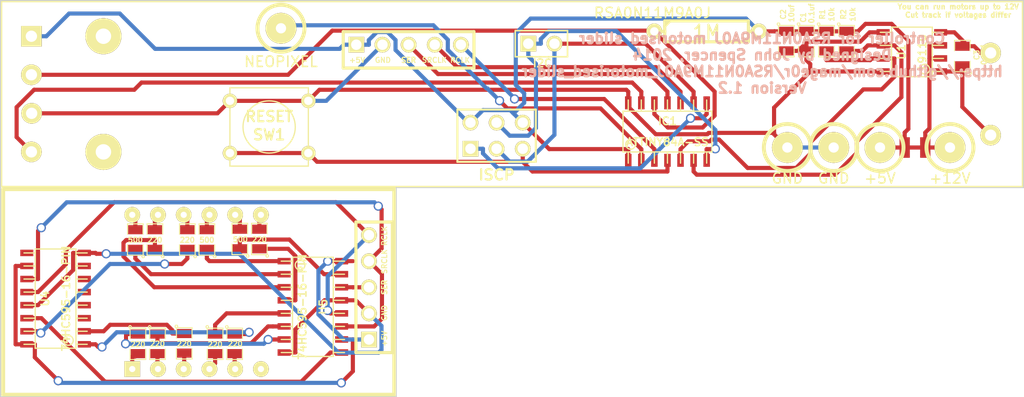
<source format=kicad_pcb>
(kicad_pcb (version 3) (host pcbnew "(2013-07-07 BZR 4022)-stable")

  (general
    (links 84)
    (no_connects 0)
    (area 11.820999 10.863 111.679001 51.394501)
    (thickness 1.6)
    (drawings 9)
    (tracks 375)
    (zones 0)
    (modules 34)
    (nets 45)
  )

  (page A3)
  (layers
    (15 F.Cu signal)
    (0 B.Cu signal)
    (16 B.Adhes user)
    (17 F.Adhes user)
    (18 B.Paste user)
    (19 F.Paste user)
    (20 B.SilkS user)
    (21 F.SilkS user)
    (22 B.Mask user)
    (23 F.Mask user)
    (24 Dwgs.User user)
    (25 Cmts.User user)
    (26 Eco1.User user)
    (27 Eco2.User user)
    (28 Edge.Cuts user)
  )

  (setup
    (last_trace_width 0.4)
    (trace_clearance 0.254)
    (zone_clearance 0.508)
    (zone_45_only no)
    (trace_min 0.254)
    (segment_width 0.2)
    (edge_width 0.1)
    (via_size 0.889)
    (via_drill 0.635)
    (via_min_size 0.889)
    (via_min_drill 0.508)
    (uvia_size 0.508)
    (uvia_drill 0.127)
    (uvias_allowed no)
    (uvia_min_size 0.508)
    (uvia_min_drill 0.127)
    (pcb_text_width 0.3)
    (pcb_text_size 1.5 1.5)
    (mod_edge_width 0.15)
    (mod_text_size 1 1)
    (mod_text_width 0.15)
    (pad_size 1.524 1.524)
    (pad_drill 1)
    (pad_to_mask_clearance 0)
    (aux_axis_origin 0 0)
    (visible_elements 7FFFFFFF)
    (pcbplotparams
      (layerselection 15761409)
      (usegerberextensions true)
      (excludeedgelayer true)
      (linewidth 0.150000)
      (plotframeref false)
      (viasonmask false)
      (mode 1)
      (useauxorigin false)
      (hpglpennumber 1)
      (hpglpenspeed 20)
      (hpglpendiameter 15)
      (hpglpenoverlay 2)
      (psnegative false)
      (psa4output false)
      (plotreference true)
      (plotvalue true)
      (plotothertext true)
      (plotinvisibletext false)
      (padsonsilk false)
      (subtractmaskfromsilk false)
      (outputformat 1)
      (mirror false)
      (drillshape 0)
      (scaleselection 1)
      (outputdirectory Gerber/))
  )

  (net 0 "")
  (net 1 +12V)
  (net 2 GND)
  (net 3 N-0000010)
  (net 4 N-0000011)
  (net 5 N-0000012)
  (net 6 N-0000013)
  (net 7 N-0000014)
  (net 8 N-0000015)
  (net 9 N-0000016)
  (net 10 N-0000017)
  (net 11 N-0000018)
  (net 12 N-0000019)
  (net 13 N-000002)
  (net 14 N-0000020)
  (net 15 N-0000021)
  (net 16 N-0000022)
  (net 17 N-0000023)
  (net 18 N-0000024)
  (net 19 N-0000025)
  (net 20 N-0000026)
  (net 21 N-0000027)
  (net 22 N-0000028)
  (net 23 N-0000029)
  (net 24 N-0000030)
  (net 25 N-0000031)
  (net 26 N-0000032)
  (net 27 N-0000033)
  (net 28 N-0000034)
  (net 29 N-0000035)
  (net 30 N-0000036)
  (net 31 N-0000037)
  (net 32 N-0000038)
  (net 33 N-0000039)
  (net 34 N-0000040)
  (net 35 N-0000041)
  (net 36 N-0000042)
  (net 37 N-0000045)
  (net 38 N-0000046)
  (net 39 N-0000048)
  (net 40 N-0000049)
  (net 41 N-0000050)
  (net 42 N-0000051)
  (net 43 N-0000052)
  (net 44 N-0000053)

  (net_class Default "This is the default net class."
    (clearance 0.254)
    (trace_width 0.4)
    (via_dia 0.889)
    (via_drill 0.635)
    (uvia_dia 0.508)
    (uvia_drill 0.127)
    (add_net "")
    (add_net +12V)
    (add_net GND)
    (add_net N-0000010)
    (add_net N-0000011)
    (add_net N-0000012)
    (add_net N-0000013)
    (add_net N-0000014)
    (add_net N-0000015)
    (add_net N-0000016)
    (add_net N-0000017)
    (add_net N-0000018)
    (add_net N-0000019)
    (add_net N-000002)
    (add_net N-0000020)
    (add_net N-0000021)
    (add_net N-0000022)
    (add_net N-0000023)
    (add_net N-0000024)
    (add_net N-0000025)
    (add_net N-0000026)
    (add_net N-0000027)
    (add_net N-0000028)
    (add_net N-0000029)
    (add_net N-0000030)
    (add_net N-0000031)
    (add_net N-0000032)
    (add_net N-0000033)
    (add_net N-0000034)
    (add_net N-0000035)
    (add_net N-0000036)
    (add_net N-0000037)
    (add_net N-0000038)
    (add_net N-0000039)
    (add_net N-0000040)
    (add_net N-0000041)
    (add_net N-0000042)
    (add_net N-0000045)
    (add_net N-0000046)
    (add_net N-0000048)
    (add_net N-0000049)
    (add_net N-0000050)
    (add_net N-0000051)
    (add_net N-0000052)
    (add_net N-0000053)
  )

  (module so-8 (layer F.Cu) (tedit 48A6C16E) (tstamp 52D21746)
    (at 100.55 17 90)
    (descr SO-8)
    (path /52D17394)
    (attr smd)
    (fp_text reference U1 (at 0 -1.016 90) (layer F.SilkS)
      (effects (font (size 0.7493 0.7493) (thickness 0.14986)))
    )
    (fp_text value L9110 (at 0 1.016 90) (layer F.SilkS)
      (effects (font (size 0.7493 0.7493) (thickness 0.14986)))
    )
    (fp_line (start -2.413 -1.9812) (end -2.413 1.9812) (layer F.SilkS) (width 0.127))
    (fp_line (start -2.413 1.9812) (end 2.413 1.9812) (layer F.SilkS) (width 0.127))
    (fp_line (start 2.413 1.9812) (end 2.413 -1.9812) (layer F.SilkS) (width 0.127))
    (fp_line (start 2.413 -1.9812) (end -2.413 -1.9812) (layer F.SilkS) (width 0.127))
    (fp_line (start -1.905 -1.9812) (end -1.905 -3.0734) (layer F.SilkS) (width 0.127))
    (fp_line (start -0.635 -1.9812) (end -0.635 -3.0734) (layer F.SilkS) (width 0.127))
    (fp_line (start 0.635 -1.9812) (end 0.635 -3.0734) (layer F.SilkS) (width 0.127))
    (fp_line (start 1.905 -3.0734) (end 1.905 -1.9812) (layer F.SilkS) (width 0.127))
    (fp_line (start 1.905 1.9812) (end 1.905 3.0734) (layer F.SilkS) (width 0.127))
    (fp_line (start 0.635 3.0734) (end 0.635 1.9812) (layer F.SilkS) (width 0.127))
    (fp_line (start -0.635 3.0734) (end -0.635 1.9812) (layer F.SilkS) (width 0.127))
    (fp_line (start -1.905 3.0734) (end -1.905 1.9812) (layer F.SilkS) (width 0.127))
    (fp_circle (center -1.6764 1.2446) (end -1.9558 1.6256) (layer F.SilkS) (width 0.127))
    (pad 1 smd rect (at -1.905 2.794 90) (size 0.635 1.27)
      (layers F.Cu F.Paste F.Mask)
      (net 36 N-0000042)
    )
    (pad 2 smd rect (at -0.635 2.794 90) (size 0.635 1.27)
      (layers F.Cu F.Paste F.Mask)
      (net 1 +12V)
    )
    (pad 3 smd rect (at 0.635 2.794 90) (size 0.635 1.27)
      (layers F.Cu F.Paste F.Mask)
      (net 1 +12V)
    )
    (pad 4 smd rect (at 1.905 2.794 90) (size 0.635 1.27)
      (layers F.Cu F.Paste F.Mask)
      (net 35 N-0000041)
    )
    (pad 5 smd rect (at 1.905 -2.794 90) (size 0.635 1.27)
      (layers F.Cu F.Paste F.Mask)
      (net 2 GND)
    )
    (pad 6 smd rect (at 0.635 -2.794 90) (size 0.635 1.27)
      (layers F.Cu F.Paste F.Mask)
      (net 42 N-0000051)
    )
    (pad 7 smd rect (at -0.635 -2.794 90) (size 0.635 1.27)
      (layers F.Cu F.Paste F.Mask)
      (net 38 N-0000046)
    )
    (pad 8 smd rect (at -1.905 -2.794 90) (size 0.635 1.27)
      (layers F.Cu F.Paste F.Mask)
      (net 2 GND)
    )
    (model smd/smd_dil/so-8.wrl
      (at (xyz 0 0 0))
      (scale (xyz 1 1 1))
      (rotate (xyz 0 0 0))
    )
  )

  (module SM0805 (layer F.Cu) (tedit 52DE4A87) (tstamp 52D21753)
    (at 90.3 15.95 270)
    (path /52D16BBC)
    (attr smd)
    (fp_text reference C1 (at -2.3 0.3 270) (layer F.SilkS)
      (effects (font (size 0.50038 0.50038) (thickness 0.10922)))
    )
    (fp_text value 0.1uf (at -2.7 -0.5 270) (layer F.SilkS)
      (effects (font (size 0.50038 0.50038) (thickness 0.10922)))
    )
    (fp_circle (center -1.651 0.762) (end -1.651 0.635) (layer F.SilkS) (width 0.09906))
    (fp_line (start -0.508 0.762) (end -1.524 0.762) (layer F.SilkS) (width 0.09906))
    (fp_line (start -1.524 0.762) (end -1.524 -0.762) (layer F.SilkS) (width 0.09906))
    (fp_line (start -1.524 -0.762) (end -0.508 -0.762) (layer F.SilkS) (width 0.09906))
    (fp_line (start 0.508 -0.762) (end 1.524 -0.762) (layer F.SilkS) (width 0.09906))
    (fp_line (start 1.524 -0.762) (end 1.524 0.762) (layer F.SilkS) (width 0.09906))
    (fp_line (start 1.524 0.762) (end 0.508 0.762) (layer F.SilkS) (width 0.09906))
    (pad 1 smd rect (at -0.9525 0 270) (size 0.889 1.397)
      (layers F.Cu F.Paste F.Mask)
      (net 1 +12V)
    )
    (pad 2 smd rect (at 0.9525 0 270) (size 0.889 1.397)
      (layers F.Cu F.Paste F.Mask)
      (net 2 GND)
    )
    (model smd/chip_cms.wrl
      (at (xyz 0 0 0))
      (scale (xyz 0.1 0.1 0.1))
      (rotate (xyz 0 0 0))
    )
  )

  (module SM0805 (layer F.Cu) (tedit 52E0D871) (tstamp 52D21760)
    (at 88.35 15.95 270)
    (path /52D16BFE)
    (attr smd)
    (fp_text reference C2 (at -2.6 0.3 270) (layer F.SilkS)
      (effects (font (size 0.50038 0.50038) (thickness 0.10922)))
    )
    (fp_text value 10uf (at -2.7 -0.5 270) (layer F.SilkS)
      (effects (font (size 0.50038 0.50038) (thickness 0.10922)))
    )
    (fp_circle (center -1.651 0.762) (end -1.651 0.635) (layer F.SilkS) (width 0.09906))
    (fp_line (start -0.508 0.762) (end -1.524 0.762) (layer F.SilkS) (width 0.09906))
    (fp_line (start -1.524 0.762) (end -1.524 -0.762) (layer F.SilkS) (width 0.09906))
    (fp_line (start -1.524 -0.762) (end -0.508 -0.762) (layer F.SilkS) (width 0.09906))
    (fp_line (start 0.508 -0.762) (end 1.524 -0.762) (layer F.SilkS) (width 0.09906))
    (fp_line (start 1.524 -0.762) (end 1.524 0.762) (layer F.SilkS) (width 0.09906))
    (fp_line (start 1.524 0.762) (end 0.508 0.762) (layer F.SilkS) (width 0.09906))
    (pad 1 smd rect (at -0.9525 0 270) (size 0.889 1.397)
      (layers F.Cu F.Paste F.Mask)
      (net 1 +12V)
    )
    (pad 2 smd rect (at 0.9525 0 270) (size 0.889 1.397)
      (layers F.Cu F.Paste F.Mask)
      (net 2 GND)
    )
    (model smd/chip_cms.wrl
      (at (xyz 0 0 0))
      (scale (xyz 0.1 0.1 0.1))
      (rotate (xyz 0 0 0))
    )
  )

  (module SM0805 (layer F.Cu) (tedit 52E0D86A) (tstamp 52D2176D)
    (at 92.25 15.95 270)
    (path /52D17404)
    (attr smd)
    (fp_text reference R1 (at -2.6 0.4 270) (layer F.SilkS)
      (effects (font (size 0.50038 0.50038) (thickness 0.10922)))
    )
    (fp_text value 10k (at -2.6 -0.5 270) (layer F.SilkS)
      (effects (font (size 0.50038 0.50038) (thickness 0.10922)))
    )
    (fp_circle (center -1.651 0.762) (end -1.651 0.635) (layer F.SilkS) (width 0.09906))
    (fp_line (start -0.508 0.762) (end -1.524 0.762) (layer F.SilkS) (width 0.09906))
    (fp_line (start -1.524 0.762) (end -1.524 -0.762) (layer F.SilkS) (width 0.09906))
    (fp_line (start -1.524 -0.762) (end -0.508 -0.762) (layer F.SilkS) (width 0.09906))
    (fp_line (start 0.508 -0.762) (end 1.524 -0.762) (layer F.SilkS) (width 0.09906))
    (fp_line (start 1.524 -0.762) (end 1.524 0.762) (layer F.SilkS) (width 0.09906))
    (fp_line (start 1.524 0.762) (end 0.508 0.762) (layer F.SilkS) (width 0.09906))
    (pad 1 smd rect (at -0.9525 0 270) (size 0.889 1.397)
      (layers F.Cu F.Paste F.Mask)
      (net 1 +12V)
    )
    (pad 2 smd rect (at 0.9525 0 270) (size 0.889 1.397)
      (layers F.Cu F.Paste F.Mask)
      (net 38 N-0000046)
    )
    (model smd/chip_cms.wrl
      (at (xyz 0 0 0))
      (scale (xyz 0.1 0.1 0.1))
      (rotate (xyz 0 0 0))
    )
  )

  (module SM0805 (layer F.Cu) (tedit 52E0D878) (tstamp 52D2177A)
    (at 94.2 15.95 270)
    (path /52D17426)
    (attr smd)
    (fp_text reference R2 (at -2.6 0.3 270) (layer F.SilkS)
      (effects (font (size 0.50038 0.50038) (thickness 0.10922)))
    )
    (fp_text value 10k (at -2.6 -0.6 270) (layer F.SilkS)
      (effects (font (size 0.50038 0.50038) (thickness 0.10922)))
    )
    (fp_circle (center -1.651 0.762) (end -1.651 0.635) (layer F.SilkS) (width 0.09906))
    (fp_line (start -0.508 0.762) (end -1.524 0.762) (layer F.SilkS) (width 0.09906))
    (fp_line (start -1.524 0.762) (end -1.524 -0.762) (layer F.SilkS) (width 0.09906))
    (fp_line (start -1.524 -0.762) (end -0.508 -0.762) (layer F.SilkS) (width 0.09906))
    (fp_line (start 0.508 -0.762) (end 1.524 -0.762) (layer F.SilkS) (width 0.09906))
    (fp_line (start 1.524 -0.762) (end 1.524 0.762) (layer F.SilkS) (width 0.09906))
    (fp_line (start 1.524 0.762) (end 0.508 0.762) (layer F.SilkS) (width 0.09906))
    (pad 1 smd rect (at -0.9525 0 270) (size 0.889 1.397)
      (layers F.Cu F.Paste F.Mask)
      (net 1 +12V)
    )
    (pad 2 smd rect (at 0.9525 0 270) (size 0.889 1.397)
      (layers F.Cu F.Paste F.Mask)
      (net 42 N-0000051)
    )
    (model smd/chip_cms.wrl
      (at (xyz 0 0 0))
      (scale (xyz 0.1 0.1 0.1))
      (rotate (xyz 0 0 0))
    )
  )

  (module SM0805 (layer F.Cu) (tedit 52DE497F) (tstamp 52D21860)
    (at 105.45 17.4 90)
    (path /52D1799E)
    (attr smd)
    (fp_text reference C3 (at 0.1 1.4 90) (layer F.SilkS)
      (effects (font (size 0.50038 0.50038) (thickness 0.10922)))
    )
    (fp_text value 0.1uf (at 0.1 2.1 90) (layer F.SilkS)
      (effects (font (size 0.50038 0.50038) (thickness 0.10922)))
    )
    (fp_circle (center -1.651 0.762) (end -1.651 0.635) (layer F.SilkS) (width 0.09906))
    (fp_line (start -0.508 0.762) (end -1.524 0.762) (layer F.SilkS) (width 0.09906))
    (fp_line (start -1.524 0.762) (end -1.524 -0.762) (layer F.SilkS) (width 0.09906))
    (fp_line (start -1.524 -0.762) (end -0.508 -0.762) (layer F.SilkS) (width 0.09906))
    (fp_line (start 0.508 -0.762) (end 1.524 -0.762) (layer F.SilkS) (width 0.09906))
    (fp_line (start 1.524 -0.762) (end 1.524 0.762) (layer F.SilkS) (width 0.09906))
    (fp_line (start 1.524 0.762) (end 0.508 0.762) (layer F.SilkS) (width 0.09906))
    (pad 1 smd rect (at -0.9525 0 90) (size 0.889 1.397)
      (layers F.Cu F.Paste F.Mask)
      (net 36 N-0000042)
    )
    (pad 2 smd rect (at 0.9525 0 90) (size 0.889 1.397)
      (layers F.Cu F.Paste F.Mask)
      (net 35 N-0000041)
    )
    (model smd/chip_cms.wrl
      (at (xyz 0 0 0))
      (scale (xyz 0.1 0.1 0.1))
      (rotate (xyz 0 0 0))
    )
  )

  (module R4 (layer F.Cu) (tedit 52DE4B4A) (tstamp 52E3ED4D)
    (at 80.6 15)
    (descr "Resitance 4 pas")
    (tags R)
    (path /52D2122A)
    (autoplace_cost180 10)
    (fp_text reference R3 (at 0 -1.9) (layer F.SilkS) hide
      (effects (font (size 1.397 1.27) (thickness 0.2032)))
    )
    (fp_text value 1M (at 0 0.1) (layer F.SilkS)
      (effects (font (size 1.397 1.27) (thickness 0.2032)))
    )
    (fp_line (start -5.08 0) (end -4.064 0) (layer F.SilkS) (width 0.3048))
    (fp_line (start -4.064 0) (end -4.064 -1.016) (layer F.SilkS) (width 0.3048))
    (fp_line (start -4.064 -1.016) (end 4.064 -1.016) (layer F.SilkS) (width 0.3048))
    (fp_line (start 4.064 -1.016) (end 4.064 1.016) (layer F.SilkS) (width 0.3048))
    (fp_line (start 4.064 1.016) (end -4.064 1.016) (layer F.SilkS) (width 0.3048))
    (fp_line (start -4.064 1.016) (end -4.064 0) (layer F.SilkS) (width 0.3048))
    (fp_line (start -4.064 -0.508) (end -3.556 -1.016) (layer F.SilkS) (width 0.3048))
    (fp_line (start 5.08 0) (end 4.064 0) (layer F.SilkS) (width 0.3048))
    (pad 1 thru_hole circle (at -5.08 0) (size 1.524 1.524) (drill 0.8128)
      (layers *.Cu *.Mask F.SilkS)
      (net 40 N-0000049)
    )
    (pad 2 thru_hole circle (at 5.08 0) (size 1.524 1.524) (drill 0.8128)
      (layers *.Cu *.Mask F.SilkS)
      (net 1 +12V)
    )
    (model discret/resistor.wrl
      (at (xyz 0 0 0))
      (scale (xyz 0.4 0.4 0.4))
      (rotate (xyz 0 0 0))
    )
  )

  (module 1pin_slider (layer F.Cu) (tedit 52E464E0) (tstamp 52D217A1)
    (at 39.25 14.7)
    (descr "module 1 pin")
    (tags DEV)
    (path /52E395C8)
    (fp_text reference P2 (at -3.5 0) (layer F.SilkS) hide
      (effects (font (size 1.016 1.016) (thickness 0.254)))
    )
    (fp_text value NEOPIXEL (at 0 3.25) (layer F.SilkS)
      (effects (font (size 1.016 1) (thickness 0.15)))
    )
    (fp_circle (center 0 0) (end 0 -2.286) (layer F.SilkS) (width 0.381))
    (pad 1 thru_hole circle (at 0 0) (size 3 3) (drill 1)
      (layers *.Cu *.Mask F.SilkS)
      (net 39 N-0000048)
    )
  )

  (module 1pin_slider (layer F.Cu) (tedit 52E249EB) (tstamp 52D4F1CE)
    (at 88.45 26.3)
    (descr "module 1 pin")
    (tags DEV)
    (path /52D4F14F)
    (fp_text reference P7 (at 0 -3.048) (layer F.SilkS) hide
      (effects (font (size 1.016 1.016) (thickness 0.254)))
    )
    (fp_text value GND (at 0 3) (layer F.SilkS)
      (effects (font (size 1 1) (thickness 0.15)))
    )
    (fp_circle (center 0 0) (end 0 -2.286) (layer F.SilkS) (width 0.381))
    (pad 1 thru_hole circle (at 0 0) (size 3 3) (drill 1)
      (layers *.Cu *.Mask F.SilkS)
      (net 2 GND)
    )
  )

  (module 1pin_slider (layer F.Cu) (tedit 52E3F10A) (tstamp 52D4F1C8)
    (at 104.25 26.3)
    (descr "module 1 pin")
    (tags DEV)
    (path /52D4F149)
    (fp_text reference P6 (at 0 -3.048) (layer F.SilkS) hide
      (effects (font (size 1.016 1.016) (thickness 0.254)))
    )
    (fp_text value +12V (at 0 3) (layer F.SilkS)
      (effects (font (size 1 1) (thickness 0.15)))
    )
    (fp_circle (center 0 0) (end 0 -2.286) (layer F.SilkS) (width 0.381))
    (pad 1 thru_hole circle (at 0 0) (size 3 3) (drill 1)
      (layers *.Cu *.Mask F.SilkS)
      (net 1 +12V)
    )
  )

  (module 1pin_slider (layer F.Cu) (tedit 52E249F1) (tstamp 52E24944)
    (at 92.95 26.3)
    (descr "module 1 pin")
    (tags DEV)
    (path /52E248E7)
    (fp_text reference P9 (at 0 -3.048) (layer F.SilkS) hide
      (effects (font (size 1.016 1.016) (thickness 0.254)))
    )
    (fp_text value GND (at 0 3) (layer F.SilkS)
      (effects (font (size 1 1) (thickness 0.15)))
    )
    (fp_circle (center 0 0) (end 0 -2.286) (layer F.SilkS) (width 0.381))
    (pad 1 thru_hole circle (at 0 0) (size 3 3) (drill 1)
      (layers *.Cu *.Mask F.SilkS)
      (net 2 GND)
    )
  )

  (module 1pin_slider (layer F.Cu) (tedit 52E3F105) (tstamp 52E2494A)
    (at 97.45 26.3)
    (descr "module 1 pin")
    (tags DEV)
    (path /52E248EF)
    (fp_text reference P8 (at 0 -3.048) (layer F.SilkS) hide
      (effects (font (size 1.016 1.016) (thickness 0.254)))
    )
    (fp_text value +5V (at 0 3) (layer F.SilkS)
      (effects (font (size 1 1) (thickness 0.15)))
    )
    (fp_circle (center 0 0) (end 0 -2.286) (layer F.SilkS) (width 0.381))
    (pad 1 thru_hole circle (at 0 0) (size 3 3) (drill 1)
      (layers *.Cu *.Mask F.SilkS)
      (net 1 +12V)
    )
  )

  (module break_connection (layer F.Cu) (tedit 52E24E3F) (tstamp 52E2D534)
    (at 100.85 24.3)
    (path /52E24E03)
    (fp_text reference U3 (at 0 3.75) (layer F.SilkS) hide
      (effects (font (size 1 1) (thickness 0.15)))
    )
    (fp_text value BREAK_CONNECTION (at 0 0) (layer F.SilkS) hide
      (effects (font (size 1 1) (thickness 0.15)))
    )
    (pad 1 connect rect (at -1 2) (size 1 2)
      (layers F.Cu F.Mask)
      (net 1 +12V)
    )
    (pad 2 connect rect (at 1 2) (size 1 2)
      (layers F.Cu F.Mask)
      (net 1 +12V)
    )
  )

  (module SW_PUSH_SMALL (layer F.Cu) (tedit 46544DB3) (tstamp 52E3D699)
    (at 38.1 24.3 180)
    (path /52E38B00)
    (fp_text reference SW1 (at 0 -0.762 180) (layer F.SilkS)
      (effects (font (size 1.016 1.016) (thickness 0.2032)))
    )
    (fp_text value RESET (at 0 1.016 180) (layer F.SilkS)
      (effects (font (size 1.016 1.016) (thickness 0.2032)))
    )
    (fp_circle (center 0 0) (end 0 -2.54) (layer F.SilkS) (width 0.127))
    (fp_line (start -3.81 -3.81) (end 3.81 -3.81) (layer F.SilkS) (width 0.127))
    (fp_line (start 3.81 -3.81) (end 3.81 3.81) (layer F.SilkS) (width 0.127))
    (fp_line (start 3.81 3.81) (end -3.81 3.81) (layer F.SilkS) (width 0.127))
    (fp_line (start -3.81 -3.81) (end -3.81 3.81) (layer F.SilkS) (width 0.127))
    (pad 1 thru_hole circle (at 3.81 -2.54 180) (size 1.397 1.397) (drill 0.8128)
      (layers *.Cu *.Mask F.SilkS)
      (net 11 N-0000018)
    )
    (pad 2 thru_hole circle (at 3.81 2.54 180) (size 1.397 1.397) (drill 0.8128)
      (layers *.Cu *.Mask F.SilkS)
      (net 2 GND)
    )
    (pad 1 thru_hole circle (at -3.81 -2.54 180) (size 1.397 1.397) (drill 0.8128)
      (layers *.Cu *.Mask F.SilkS)
      (net 11 N-0000018)
    )
    (pad 2 thru_hole circle (at -3.81 2.54 180) (size 1.397 1.397) (drill 0.8128)
      (layers *.Cu *.Mask F.SilkS)
      (net 2 GND)
    )
  )

  (module so-16 (layer F.Cu) (tedit 48A6B110) (tstamp 52E3E660)
    (at 42.35 41.8 270)
    (descr SO-16)
    (path /52E3B371)
    (attr smd)
    (fp_text reference U5 (at 0 -1.016 270) (layer F.SilkS)
      (effects (font (size 0.7493 0.7493) (thickness 0.14986)))
    )
    (fp_text value 74HC595-16-PIN (at 0 1.016 270) (layer F.SilkS)
      (effects (font (size 0.7493 0.7493) (thickness 0.14986)))
    )
    (fp_line (start -1.905 -1.9812) (end -1.905 -3.0734) (layer F.SilkS) (width 0.127))
    (fp_line (start -0.635 -1.9812) (end -0.635 -3.0734) (layer F.SilkS) (width 0.127))
    (fp_line (start 0.635 -1.9812) (end 0.635 -3.0734) (layer F.SilkS) (width 0.127))
    (fp_line (start -3.175 -1.9812) (end -3.175 -3.0734) (layer F.SilkS) (width 0.127))
    (fp_line (start -4.445 -3.0734) (end -4.445 -1.9812) (layer F.SilkS) (width 0.127))
    (fp_line (start 1.905 -3.0734) (end 1.905 -1.9812) (layer F.SilkS) (width 0.127))
    (fp_line (start 3.175 -3.0734) (end 3.175 -1.9812) (layer F.SilkS) (width 0.127))
    (fp_line (start 4.445 -3.0734) (end 4.445 -1.9812) (layer F.SilkS) (width 0.127))
    (fp_line (start 4.445 1.9812) (end 4.445 3.0734) (layer F.SilkS) (width 0.127))
    (fp_line (start 3.175 1.9812) (end 3.175 3.0734) (layer F.SilkS) (width 0.127))
    (fp_line (start 1.905 1.9812) (end 1.905 3.0734) (layer F.SilkS) (width 0.127))
    (fp_line (start -4.445 1.9812) (end -4.445 3.0734) (layer F.SilkS) (width 0.127))
    (fp_line (start -3.175 3.0734) (end -3.175 1.9812) (layer F.SilkS) (width 0.127))
    (fp_line (start 0.635 3.0734) (end 0.635 1.9812) (layer F.SilkS) (width 0.127))
    (fp_line (start -0.635 3.0734) (end -0.635 1.9812) (layer F.SilkS) (width 0.127))
    (fp_line (start -1.905 3.0734) (end -1.905 1.9812) (layer F.SilkS) (width 0.127))
    (fp_circle (center -4.064 1.2446) (end -4.3434 1.6256) (layer F.SilkS) (width 0.127))
    (fp_line (start -4.826 -1.9812) (end -4.826 1.9812) (layer F.SilkS) (width 0.127))
    (fp_line (start -4.826 1.9812) (end 4.826 1.9812) (layer F.SilkS) (width 0.127))
    (fp_line (start 4.826 1.9812) (end 4.826 -1.9812) (layer F.SilkS) (width 0.127))
    (fp_line (start 4.826 -1.9812) (end -4.826 -1.9812) (layer F.SilkS) (width 0.127))
    (pad 1 smd rect (at -4.445 2.794 270) (size 0.635 1.27)
      (layers F.Cu F.Paste F.Mask)
      (net 17 N-0000023)
    )
    (pad 2 smd rect (at -3.175 2.794 270) (size 0.635 1.27)
      (layers F.Cu F.Paste F.Mask)
      (net 34 N-0000040)
    )
    (pad 3 smd rect (at -1.905 2.794 270) (size 0.635 1.27)
      (layers F.Cu F.Paste F.Mask)
      (net 15 N-0000021)
    )
    (pad 4 smd rect (at -0.635 2.794 270) (size 0.635 1.27)
      (layers F.Cu F.Paste F.Mask)
      (net 19 N-0000025)
    )
    (pad 5 smd rect (at 0.635 2.794 270) (size 0.635 1.27)
      (layers F.Cu F.Paste F.Mask)
      (net 18 N-0000024)
    )
    (pad 6 smd rect (at 1.905 2.794 270) (size 0.635 1.27)
      (layers F.Cu F.Paste F.Mask)
      (net 30 N-0000036)
    )
    (pad 7 smd rect (at 3.175 2.794 270) (size 0.635 1.27)
      (layers F.Cu F.Paste F.Mask)
      (net 14 N-0000020)
    )
    (pad 8 smd rect (at 4.445 2.794 270) (size 0.635 1.27)
      (layers F.Cu F.Paste F.Mask)
      (net 7 N-0000014)
    )
    (pad 9 smd rect (at 4.445 -2.794 270) (size 0.635 1.27)
      (layers F.Cu F.Paste F.Mask)
      (net 13 N-000002)
    )
    (pad 10 smd rect (at 3.175 -2.794 270) (size 0.635 1.27)
      (layers F.Cu F.Paste F.Mask)
      (net 8 N-0000015)
    )
    (pad 11 smd rect (at 1.905 -2.794 270) (size 0.635 1.27)
      (layers F.Cu F.Paste F.Mask)
      (net 5 N-0000012)
    )
    (pad 12 smd rect (at 0.635 -2.794 270) (size 0.635 1.27)
      (layers F.Cu F.Paste F.Mask)
      (net 12 N-0000019)
    )
    (pad 13 smd rect (at -0.635 -2.794 270) (size 0.635 1.27)
      (layers F.Cu F.Paste F.Mask)
      (net 7 N-0000014)
    )
    (pad 14 smd rect (at -1.905 -2.794 270) (size 0.635 1.27)
      (layers F.Cu F.Paste F.Mask)
      (net 6 N-0000013)
    )
    (pad 15 smd rect (at -3.175 -2.794 270) (size 0.635 1.27)
      (layers F.Cu F.Paste F.Mask)
      (net 33 N-0000039)
    )
    (pad 16 smd rect (at -4.445 -2.794 270) (size 0.635 1.27)
      (layers F.Cu F.Paste F.Mask)
      (net 8 N-0000015)
    )
    (model smd/smd_dil/so-16.wrl
      (at (xyz 0 0 0))
      (scale (xyz 1 1 1))
      (rotate (xyz 0 0 0))
    )
  )

  (module so-16 (layer F.Cu) (tedit 48A6B110) (tstamp 52E3D6EB)
    (at 17.35 41 90)
    (descr SO-16)
    (path /52E3B3AB)
    (attr smd)
    (fp_text reference U4 (at 0 -1.016 90) (layer F.SilkS)
      (effects (font (size 0.7493 0.7493) (thickness 0.14986)))
    )
    (fp_text value 74HC595-16-PIN (at 0 1.016 90) (layer F.SilkS)
      (effects (font (size 0.7493 0.7493) (thickness 0.14986)))
    )
    (fp_line (start -1.905 -1.9812) (end -1.905 -3.0734) (layer F.SilkS) (width 0.127))
    (fp_line (start -0.635 -1.9812) (end -0.635 -3.0734) (layer F.SilkS) (width 0.127))
    (fp_line (start 0.635 -1.9812) (end 0.635 -3.0734) (layer F.SilkS) (width 0.127))
    (fp_line (start -3.175 -1.9812) (end -3.175 -3.0734) (layer F.SilkS) (width 0.127))
    (fp_line (start -4.445 -3.0734) (end -4.445 -1.9812) (layer F.SilkS) (width 0.127))
    (fp_line (start 1.905 -3.0734) (end 1.905 -1.9812) (layer F.SilkS) (width 0.127))
    (fp_line (start 3.175 -3.0734) (end 3.175 -1.9812) (layer F.SilkS) (width 0.127))
    (fp_line (start 4.445 -3.0734) (end 4.445 -1.9812) (layer F.SilkS) (width 0.127))
    (fp_line (start 4.445 1.9812) (end 4.445 3.0734) (layer F.SilkS) (width 0.127))
    (fp_line (start 3.175 1.9812) (end 3.175 3.0734) (layer F.SilkS) (width 0.127))
    (fp_line (start 1.905 1.9812) (end 1.905 3.0734) (layer F.SilkS) (width 0.127))
    (fp_line (start -4.445 1.9812) (end -4.445 3.0734) (layer F.SilkS) (width 0.127))
    (fp_line (start -3.175 3.0734) (end -3.175 1.9812) (layer F.SilkS) (width 0.127))
    (fp_line (start 0.635 3.0734) (end 0.635 1.9812) (layer F.SilkS) (width 0.127))
    (fp_line (start -0.635 3.0734) (end -0.635 1.9812) (layer F.SilkS) (width 0.127))
    (fp_line (start -1.905 3.0734) (end -1.905 1.9812) (layer F.SilkS) (width 0.127))
    (fp_circle (center -4.064 1.2446) (end -4.3434 1.6256) (layer F.SilkS) (width 0.127))
    (fp_line (start -4.826 -1.9812) (end -4.826 1.9812) (layer F.SilkS) (width 0.127))
    (fp_line (start -4.826 1.9812) (end 4.826 1.9812) (layer F.SilkS) (width 0.127))
    (fp_line (start 4.826 1.9812) (end 4.826 -1.9812) (layer F.SilkS) (width 0.127))
    (fp_line (start 4.826 -1.9812) (end -4.826 -1.9812) (layer F.SilkS) (width 0.127))
    (pad 1 smd rect (at -4.445 2.794 90) (size 0.635 1.27)
      (layers F.Cu F.Paste F.Mask)
      (net 3 N-0000010)
    )
    (pad 2 smd rect (at -3.175 2.794 90) (size 0.635 1.27)
      (layers F.Cu F.Paste F.Mask)
      (net 28 N-0000034)
    )
    (pad 3 smd rect (at -1.905 2.794 90) (size 0.635 1.27)
      (layers F.Cu F.Paste F.Mask)
    )
    (pad 4 smd rect (at -0.635 2.794 90) (size 0.635 1.27)
      (layers F.Cu F.Paste F.Mask)
    )
    (pad 5 smd rect (at 0.635 2.794 90) (size 0.635 1.27)
      (layers F.Cu F.Paste F.Mask)
    )
    (pad 6 smd rect (at 1.905 2.794 90) (size 0.635 1.27)
      (layers F.Cu F.Paste F.Mask)
    )
    (pad 7 smd rect (at 3.175 2.794 90) (size 0.635 1.27)
      (layers F.Cu F.Paste F.Mask)
    )
    (pad 8 smd rect (at 4.445 2.794 90) (size 0.635 1.27)
      (layers F.Cu F.Paste F.Mask)
      (net 7 N-0000014)
    )
    (pad 9 smd rect (at 4.445 -2.794 90) (size 0.635 1.27)
      (layers F.Cu F.Paste F.Mask)
    )
    (pad 10 smd rect (at 3.175 -2.794 90) (size 0.635 1.27)
      (layers F.Cu F.Paste F.Mask)
      (net 8 N-0000015)
    )
    (pad 11 smd rect (at 1.905 -2.794 90) (size 0.635 1.27)
      (layers F.Cu F.Paste F.Mask)
      (net 5 N-0000012)
    )
    (pad 12 smd rect (at 0.635 -2.794 90) (size 0.635 1.27)
      (layers F.Cu F.Paste F.Mask)
      (net 12 N-0000019)
    )
    (pad 13 smd rect (at -0.635 -2.794 90) (size 0.635 1.27)
      (layers F.Cu F.Paste F.Mask)
      (net 7 N-0000014)
    )
    (pad 14 smd rect (at -1.905 -2.794 90) (size 0.635 1.27)
      (layers F.Cu F.Paste F.Mask)
      (net 13 N-000002)
    )
    (pad 15 smd rect (at -3.175 -2.794 90) (size 0.635 1.27)
      (layers F.Cu F.Paste F.Mask)
      (net 29 N-0000035)
    )
    (pad 16 smd rect (at -4.445 -2.794 90) (size 0.635 1.27)
      (layers F.Cu F.Paste F.Mask)
      (net 8 N-0000015)
    )
    (model smd/smd_dil/so-16.wrl
      (at (xyz 0 0 0))
      (scale (xyz 1 1 1))
      (rotate (xyz 0 0 0))
    )
  )

  (module so-14 (layer F.Cu) (tedit 48A6BF8F) (tstamp 52E3D710)
    (at 76.8 24.75)
    (descr SO-14)
    (path /52E3898C)
    (attr smd)
    (fp_text reference IC1 (at 0 -1.016) (layer F.SilkS)
      (effects (font (size 0.7493 0.7493) (thickness 0.14986)))
    )
    (fp_text value ATTINY84A-SS (at 0 1.016) (layer F.SilkS)
      (effects (font (size 0.7493 0.7493) (thickness 0.14986)))
    )
    (fp_line (start -4.318 -1.9812) (end -4.318 1.9812) (layer F.SilkS) (width 0.127))
    (fp_line (start -4.318 1.9812) (end 4.318 1.9812) (layer F.SilkS) (width 0.127))
    (fp_line (start 4.318 1.9812) (end 4.318 -1.9812) (layer F.SilkS) (width 0.127))
    (fp_line (start 4.318 -1.9812) (end -4.318 -1.9812) (layer F.SilkS) (width 0.127))
    (fp_line (start -2.54 -1.9812) (end -2.54 -3.0734) (layer F.SilkS) (width 0.127))
    (fp_line (start -1.27 -1.9812) (end -1.27 -3.0734) (layer F.SilkS) (width 0.127))
    (fp_line (start 0 -1.9812) (end 0 -3.0734) (layer F.SilkS) (width 0.127))
    (fp_line (start -3.81 -1.9812) (end -3.81 -3.0734) (layer F.SilkS) (width 0.127))
    (fp_line (start 1.27 -3.0734) (end 1.27 -1.9812) (layer F.SilkS) (width 0.127))
    (fp_line (start 2.54 -3.0734) (end 2.54 -1.9812) (layer F.SilkS) (width 0.127))
    (fp_line (start 3.81 -3.0734) (end 3.81 -1.9812) (layer F.SilkS) (width 0.127))
    (fp_line (start 3.81 1.9812) (end 3.81 3.0734) (layer F.SilkS) (width 0.127))
    (fp_line (start 2.54 1.9812) (end 2.54 3.0734) (layer F.SilkS) (width 0.127))
    (fp_line (start -3.81 1.9812) (end -3.81 3.0734) (layer F.SilkS) (width 0.127))
    (fp_line (start -2.54 3.0734) (end -2.54 1.9812) (layer F.SilkS) (width 0.127))
    (fp_line (start 1.27 3.0734) (end 1.27 1.9812) (layer F.SilkS) (width 0.127))
    (fp_line (start 0 3.0734) (end 0 1.9812) (layer F.SilkS) (width 0.127))
    (fp_line (start -1.27 3.0734) (end -1.27 1.9812) (layer F.SilkS) (width 0.127))
    (fp_circle (center -3.5814 1.2446) (end -3.8608 1.6256) (layer F.SilkS) (width 0.127))
    (pad 1 smd rect (at -3.81 2.794) (size 0.635 1.27)
      (layers F.Cu F.Paste F.Mask)
      (net 1 +12V)
    )
    (pad 2 smd rect (at -2.54 2.794) (size 0.635 1.27)
      (layers F.Cu F.Paste F.Mask)
      (net 39 N-0000048)
    )
    (pad 3 smd rect (at -1.27 2.794) (size 0.635 1.27)
      (layers F.Cu F.Paste F.Mask)
      (net 4 N-0000011)
    )
    (pad 4 smd rect (at 0 2.794) (size 0.635 1.27)
      (layers F.Cu F.Paste F.Mask)
      (net 11 N-0000018)
    )
    (pad 5 smd rect (at 1.27 2.794) (size 0.635 1.27)
      (layers F.Cu F.Paste F.Mask)
      (net 38 N-0000046)
    )
    (pad 6 smd rect (at 2.54 2.794) (size 0.635 1.27)
      (layers F.Cu F.Paste F.Mask)
      (net 42 N-0000051)
    )
    (pad 7 smd rect (at 3.81 2.794) (size 0.635 1.27)
      (layers F.Cu F.Paste F.Mask)
      (net 44 N-0000053)
    )
    (pad 8 smd rect (at 3.81 -2.794) (size 0.635 1.27)
      (layers F.Cu F.Paste F.Mask)
      (net 37 N-0000045)
    )
    (pad 9 smd rect (at 2.54 -2.794) (size 0.635 1.27)
      (layers F.Cu F.Paste F.Mask)
      (net 43 N-0000052)
    )
    (pad 10 smd rect (at 1.27 -2.794) (size 0.635 1.27)
      (layers F.Cu F.Paste F.Mask)
      (net 9 N-0000016)
    )
    (pad 11 smd rect (at 0 -2.794) (size 0.635 1.27)
      (layers F.Cu F.Paste F.Mask)
      (net 10 N-0000017)
    )
    (pad 12 smd rect (at -1.27 -2.794) (size 0.635 1.27)
      (layers F.Cu F.Paste F.Mask)
      (net 40 N-0000049)
    )
    (pad 13 smd rect (at -2.54 -2.794) (size 0.635 1.27)
      (layers F.Cu F.Paste F.Mask)
      (net 41 N-0000050)
    )
    (pad 14 smd rect (at -3.81 -2.794) (size 0.635 1.27)
      (layers F.Cu F.Paste F.Mask)
      (net 2 GND)
    )
    (model smd/smd_dil/so-14.wrl
      (at (xyz 0 0 0))
      (scale (xyz 1 1 1))
      (rotate (xyz 0 0 0))
    )
  )

  (module SM0805 (layer F.Cu) (tedit 52E3E05F) (tstamp 52E3D71D)
    (at 27 35.25 90)
    (path /52E3CA4D)
    (attr smd)
    (fp_text reference R4 (at 0 -1.2 90) (layer F.SilkS) hide
      (effects (font (size 0.50038 0.50038) (thickness 0.10922)))
    )
    (fp_text value 220 (at -0.05 0 180) (layer F.SilkS)
      (effects (font (size 0.50038 0.50038) (thickness 0.10922)))
    )
    (fp_circle (center -1.651 0.762) (end -1.651 0.635) (layer F.SilkS) (width 0.09906))
    (fp_line (start -0.508 0.762) (end -1.524 0.762) (layer F.SilkS) (width 0.09906))
    (fp_line (start -1.524 0.762) (end -1.524 -0.762) (layer F.SilkS) (width 0.09906))
    (fp_line (start -1.524 -0.762) (end -0.508 -0.762) (layer F.SilkS) (width 0.09906))
    (fp_line (start 0.508 -0.762) (end 1.524 -0.762) (layer F.SilkS) (width 0.09906))
    (fp_line (start 1.524 -0.762) (end 1.524 0.762) (layer F.SilkS) (width 0.09906))
    (fp_line (start 1.524 0.762) (end 0.508 0.762) (layer F.SilkS) (width 0.09906))
    (pad 1 smd rect (at -0.9525 0 90) (size 0.889 1.397)
      (layers F.Cu F.Paste F.Mask)
      (net 15 N-0000021)
    )
    (pad 2 smd rect (at 0.9525 0 90) (size 0.889 1.397)
      (layers F.Cu F.Paste F.Mask)
      (net 27 N-0000033)
    )
    (model smd/chip_cms.wrl
      (at (xyz 0 0 0))
      (scale (xyz 0.1 0.1 0.1))
      (rotate (xyz 0 0 0))
    )
  )

  (module SM0805 (layer F.Cu) (tedit 52E3E05C) (tstamp 52E3D72A)
    (at 25.1 35.25 90)
    (path /52E3CBD2)
    (attr smd)
    (fp_text reference R12 (at 0 -1.2 90) (layer F.SilkS) hide
      (effects (font (size 0.50038 0.50038) (thickness 0.10922)))
    )
    (fp_text value 500 (at -0.05 0 180) (layer F.SilkS)
      (effects (font (size 0.50038 0.50038) (thickness 0.10922)))
    )
    (fp_circle (center -1.651 0.762) (end -1.651 0.635) (layer F.SilkS) (width 0.09906))
    (fp_line (start -0.508 0.762) (end -1.524 0.762) (layer F.SilkS) (width 0.09906))
    (fp_line (start -1.524 0.762) (end -1.524 -0.762) (layer F.SilkS) (width 0.09906))
    (fp_line (start -1.524 -0.762) (end -0.508 -0.762) (layer F.SilkS) (width 0.09906))
    (fp_line (start 0.508 -0.762) (end 1.524 -0.762) (layer F.SilkS) (width 0.09906))
    (fp_line (start 1.524 -0.762) (end 1.524 0.762) (layer F.SilkS) (width 0.09906))
    (fp_line (start 1.524 0.762) (end 0.508 0.762) (layer F.SilkS) (width 0.09906))
    (pad 1 smd rect (at -0.9525 0 90) (size 0.889 1.397)
      (layers F.Cu F.Paste F.Mask)
      (net 34 N-0000040)
    )
    (pad 2 smd rect (at 0.9525 0 90) (size 0.889 1.397)
      (layers F.Cu F.Paste F.Mask)
      (net 16 N-0000022)
    )
    (model smd/chip_cms.wrl
      (at (xyz 0 0 0))
      (scale (xyz 0.1 0.1 0.1))
      (rotate (xyz 0 0 0))
    )
  )

  (module SM0805 (layer F.Cu) (tedit 52E3E063) (tstamp 52E3D737)
    (at 32.05 35.25 90)
    (path /52E3CBD8)
    (attr smd)
    (fp_text reference R13 (at 0.1 -1.2 90) (layer F.SilkS) hide
      (effects (font (size 0.50038 0.50038) (thickness 0.10922)))
    )
    (fp_text value 500 (at -0.05 0 180) (layer F.SilkS)
      (effects (font (size 0.50038 0.50038) (thickness 0.10922)))
    )
    (fp_circle (center -1.651 0.762) (end -1.651 0.635) (layer F.SilkS) (width 0.09906))
    (fp_line (start -0.508 0.762) (end -1.524 0.762) (layer F.SilkS) (width 0.09906))
    (fp_line (start -1.524 0.762) (end -1.524 -0.762) (layer F.SilkS) (width 0.09906))
    (fp_line (start -1.524 -0.762) (end -0.508 -0.762) (layer F.SilkS) (width 0.09906))
    (fp_line (start 0.508 -0.762) (end 1.524 -0.762) (layer F.SilkS) (width 0.09906))
    (fp_line (start 1.524 -0.762) (end 1.524 0.762) (layer F.SilkS) (width 0.09906))
    (fp_line (start 1.524 0.762) (end 0.508 0.762) (layer F.SilkS) (width 0.09906))
    (pad 1 smd rect (at -0.9525 0 90) (size 0.889 1.397)
      (layers F.Cu F.Paste F.Mask)
      (net 17 N-0000023)
    )
    (pad 2 smd rect (at 0.9525 0 90) (size 0.889 1.397)
      (layers F.Cu F.Paste F.Mask)
      (net 32 N-0000038)
    )
    (model smd/chip_cms.wrl
      (at (xyz 0 0 0))
      (scale (xyz 0.1 0.1 0.1))
      (rotate (xyz 0 0 0))
    )
  )

  (module SM0805 (layer F.Cu) (tedit 52E3E083) (tstamp 52E3D744)
    (at 35.25 35.2 90)
    (path /52E3CBDE)
    (attr smd)
    (fp_text reference R14 (at 0.1 -1.2 90) (layer F.SilkS) hide
      (effects (font (size 0.50038 0.50038) (thickness 0.10922)))
    )
    (fp_text value 500 (at -0.05 0.05 180) (layer F.SilkS)
      (effects (font (size 0.50038 0.50038) (thickness 0.10922)))
    )
    (fp_circle (center -1.651 0.762) (end -1.651 0.635) (layer F.SilkS) (width 0.09906))
    (fp_line (start -0.508 0.762) (end -1.524 0.762) (layer F.SilkS) (width 0.09906))
    (fp_line (start -1.524 0.762) (end -1.524 -0.762) (layer F.SilkS) (width 0.09906))
    (fp_line (start -1.524 -0.762) (end -0.508 -0.762) (layer F.SilkS) (width 0.09906))
    (fp_line (start 0.508 -0.762) (end 1.524 -0.762) (layer F.SilkS) (width 0.09906))
    (fp_line (start 1.524 -0.762) (end 1.524 0.762) (layer F.SilkS) (width 0.09906))
    (fp_line (start 1.524 0.762) (end 0.508 0.762) (layer F.SilkS) (width 0.09906))
    (pad 1 smd rect (at -0.9525 0 90) (size 0.889 1.397)
      (layers F.Cu F.Paste F.Mask)
      (net 33 N-0000039)
    )
    (pad 2 smd rect (at 0.9525 0 90) (size 0.889 1.397)
      (layers F.Cu F.Paste F.Mask)
      (net 31 N-0000037)
    )
    (model smd/chip_cms.wrl
      (at (xyz 0 0 0))
      (scale (xyz 0.1 0.1 0.1))
      (rotate (xyz 0 0 0))
    )
  )

  (module SM0805 (layer F.Cu) (tedit 52E3E0A6) (tstamp 52E3D751)
    (at 37.15 35.2 90)
    (path /52E3D4F2)
    (attr smd)
    (fp_text reference R5 (at 0.1 -1.2 90) (layer F.SilkS) hide
      (effects (font (size 0.50038 0.50038) (thickness 0.10922)))
    )
    (fp_text value 220 (at -0.05 0 180) (layer F.SilkS)
      (effects (font (size 0.50038 0.50038) (thickness 0.10922)))
    )
    (fp_circle (center -1.651 0.762) (end -1.651 0.635) (layer F.SilkS) (width 0.09906))
    (fp_line (start -0.508 0.762) (end -1.524 0.762) (layer F.SilkS) (width 0.09906))
    (fp_line (start -1.524 0.762) (end -1.524 -0.762) (layer F.SilkS) (width 0.09906))
    (fp_line (start -1.524 -0.762) (end -0.508 -0.762) (layer F.SilkS) (width 0.09906))
    (fp_line (start 0.508 -0.762) (end 1.524 -0.762) (layer F.SilkS) (width 0.09906))
    (fp_line (start 1.524 -0.762) (end 1.524 0.762) (layer F.SilkS) (width 0.09906))
    (fp_line (start 1.524 0.762) (end 0.508 0.762) (layer F.SilkS) (width 0.09906))
    (pad 1 smd rect (at -0.9525 0 90) (size 0.889 1.397)
      (layers F.Cu F.Paste F.Mask)
      (net 19 N-0000025)
    )
    (pad 2 smd rect (at 0.9525 0 90) (size 0.889 1.397)
      (layers F.Cu F.Paste F.Mask)
      (net 26 N-0000032)
    )
    (model smd/chip_cms.wrl
      (at (xyz 0 0 0))
      (scale (xyz 0.1 0.1 0.1))
      (rotate (xyz 0 0 0))
    )
  )

  (module SM0805 (layer F.Cu) (tedit 52E3E0D6) (tstamp 52E3D75E)
    (at 32.85 45.4 270)
    (path /52E3D50C)
    (attr smd)
    (fp_text reference R6 (at 0 -1.25 270) (layer F.SilkS) hide
      (effects (font (size 0.50038 0.50038) (thickness 0.10922)))
    )
    (fp_text value 220 (at 0.05 0 360) (layer F.SilkS)
      (effects (font (size 0.50038 0.50038) (thickness 0.10922)))
    )
    (fp_circle (center -1.651 0.762) (end -1.651 0.635) (layer F.SilkS) (width 0.09906))
    (fp_line (start -0.508 0.762) (end -1.524 0.762) (layer F.SilkS) (width 0.09906))
    (fp_line (start -1.524 0.762) (end -1.524 -0.762) (layer F.SilkS) (width 0.09906))
    (fp_line (start -1.524 -0.762) (end -0.508 -0.762) (layer F.SilkS) (width 0.09906))
    (fp_line (start 0.508 -0.762) (end 1.524 -0.762) (layer F.SilkS) (width 0.09906))
    (fp_line (start 1.524 -0.762) (end 1.524 0.762) (layer F.SilkS) (width 0.09906))
    (fp_line (start 1.524 0.762) (end 0.508 0.762) (layer F.SilkS) (width 0.09906))
    (pad 1 smd rect (at -0.9525 0 270) (size 0.889 1.397)
      (layers F.Cu F.Paste F.Mask)
      (net 18 N-0000024)
    )
    (pad 2 smd rect (at 0.9525 0 270) (size 0.889 1.397)
      (layers F.Cu F.Paste F.Mask)
      (net 25 N-0000031)
    )
    (model smd/chip_cms.wrl
      (at (xyz 0 0 0))
      (scale (xyz 0.1 0.1 0.1))
      (rotate (xyz 0 0 0))
    )
  )

  (module SM0805 (layer F.Cu) (tedit 52E3E100) (tstamp 52E3D76B)
    (at 27.25 45.4 270)
    (path /52E3D512)
    (attr smd)
    (fp_text reference R7 (at 0 -1.2 270) (layer F.SilkS) hide
      (effects (font (size 0.50038 0.50038) (thickness 0.10922)))
    )
    (fp_text value 220 (at 0 0 360) (layer F.SilkS)
      (effects (font (size 0.50038 0.50038) (thickness 0.10922)))
    )
    (fp_circle (center -1.651 0.762) (end -1.651 0.635) (layer F.SilkS) (width 0.09906))
    (fp_line (start -0.508 0.762) (end -1.524 0.762) (layer F.SilkS) (width 0.09906))
    (fp_line (start -1.524 0.762) (end -1.524 -0.762) (layer F.SilkS) (width 0.09906))
    (fp_line (start -1.524 -0.762) (end -0.508 -0.762) (layer F.SilkS) (width 0.09906))
    (fp_line (start 0.508 -0.762) (end 1.524 -0.762) (layer F.SilkS) (width 0.09906))
    (fp_line (start 1.524 -0.762) (end 1.524 0.762) (layer F.SilkS) (width 0.09906))
    (fp_line (start 1.524 0.762) (end 0.508 0.762) (layer F.SilkS) (width 0.09906))
    (pad 1 smd rect (at -0.9525 0 270) (size 0.889 1.397)
      (layers F.Cu F.Paste F.Mask)
      (net 30 N-0000036)
    )
    (pad 2 smd rect (at 0.9525 0 270) (size 0.889 1.397)
      (layers F.Cu F.Paste F.Mask)
      (net 24 N-0000030)
    )
    (model smd/chip_cms.wrl
      (at (xyz 0 0 0))
      (scale (xyz 0.1 0.1 0.1))
      (rotate (xyz 0 0 0))
    )
  )

  (module SM0805 (layer F.Cu) (tedit 52E3E132) (tstamp 52E3D778)
    (at 25.35 45.4 270)
    (path /52E3D518)
    (attr smd)
    (fp_text reference R8 (at -0.05 -1.25 270) (layer F.SilkS) hide
      (effects (font (size 0.50038 0.50038) (thickness 0.10922)))
    )
    (fp_text value 220 (at 0.05 0 360) (layer F.SilkS)
      (effects (font (size 0.50038 0.50038) (thickness 0.10922)))
    )
    (fp_circle (center -1.651 0.762) (end -1.651 0.635) (layer F.SilkS) (width 0.09906))
    (fp_line (start -0.508 0.762) (end -1.524 0.762) (layer F.SilkS) (width 0.09906))
    (fp_line (start -1.524 0.762) (end -1.524 -0.762) (layer F.SilkS) (width 0.09906))
    (fp_line (start -1.524 -0.762) (end -0.508 -0.762) (layer F.SilkS) (width 0.09906))
    (fp_line (start 0.508 -0.762) (end 1.524 -0.762) (layer F.SilkS) (width 0.09906))
    (fp_line (start 1.524 -0.762) (end 1.524 0.762) (layer F.SilkS) (width 0.09906))
    (fp_line (start 1.524 0.762) (end 0.508 0.762) (layer F.SilkS) (width 0.09906))
    (pad 1 smd rect (at -0.9525 0 270) (size 0.889 1.397)
      (layers F.Cu F.Paste F.Mask)
      (net 14 N-0000020)
    )
    (pad 2 smd rect (at 0.9525 0 270) (size 0.889 1.397)
      (layers F.Cu F.Paste F.Mask)
      (net 23 N-0000029)
    )
    (model smd/chip_cms.wrl
      (at (xyz 0 0 0))
      (scale (xyz 0.1 0.1 0.1))
      (rotate (xyz 0 0 0))
    )
  )

  (module SM0805 (layer F.Cu) (tedit 52E3E162) (tstamp 52E3D785)
    (at 30.15 35.25 90)
    (path /52E3D51E)
    (attr smd)
    (fp_text reference R9 (at 0.05 -1.15 90) (layer F.SilkS) hide
      (effects (font (size 0.50038 0.50038) (thickness 0.10922)))
    )
    (fp_text value 220 (at -0.05 0 180) (layer F.SilkS)
      (effects (font (size 0.50038 0.50038) (thickness 0.10922)))
    )
    (fp_circle (center -1.651 0.762) (end -1.651 0.635) (layer F.SilkS) (width 0.09906))
    (fp_line (start -0.508 0.762) (end -1.524 0.762) (layer F.SilkS) (width 0.09906))
    (fp_line (start -1.524 0.762) (end -1.524 -0.762) (layer F.SilkS) (width 0.09906))
    (fp_line (start -1.524 -0.762) (end -0.508 -0.762) (layer F.SilkS) (width 0.09906))
    (fp_line (start 0.508 -0.762) (end 1.524 -0.762) (layer F.SilkS) (width 0.09906))
    (fp_line (start 1.524 -0.762) (end 1.524 0.762) (layer F.SilkS) (width 0.09906))
    (fp_line (start 1.524 0.762) (end 0.508 0.762) (layer F.SilkS) (width 0.09906))
    (pad 1 smd rect (at -0.9525 0 90) (size 0.889 1.397)
      (layers F.Cu F.Paste F.Mask)
      (net 29 N-0000035)
    )
    (pad 2 smd rect (at 0.9525 0 90) (size 0.889 1.397)
      (layers F.Cu F.Paste F.Mask)
      (net 22 N-0000028)
    )
    (model smd/chip_cms.wrl
      (at (xyz 0 0 0))
      (scale (xyz 0.1 0.1 0.1))
      (rotate (xyz 0 0 0))
    )
  )

  (module SM0805 (layer F.Cu) (tedit 52E3E198) (tstamp 52E3D792)
    (at 34.75 45.4 270)
    (path /52E3D524)
    (attr smd)
    (fp_text reference R10 (at 0 -1.25 270) (layer F.SilkS) hide
      (effects (font (size 0.50038 0.50038) (thickness 0.10922)))
    )
    (fp_text value 220 (at 0 -0.05 360) (layer F.SilkS)
      (effects (font (size 0.50038 0.50038) (thickness 0.10922)))
    )
    (fp_circle (center -1.651 0.762) (end -1.651 0.635) (layer F.SilkS) (width 0.09906))
    (fp_line (start -0.508 0.762) (end -1.524 0.762) (layer F.SilkS) (width 0.09906))
    (fp_line (start -1.524 0.762) (end -1.524 -0.762) (layer F.SilkS) (width 0.09906))
    (fp_line (start -1.524 -0.762) (end -0.508 -0.762) (layer F.SilkS) (width 0.09906))
    (fp_line (start 0.508 -0.762) (end 1.524 -0.762) (layer F.SilkS) (width 0.09906))
    (fp_line (start 1.524 -0.762) (end 1.524 0.762) (layer F.SilkS) (width 0.09906))
    (fp_line (start 1.524 0.762) (end 0.508 0.762) (layer F.SilkS) (width 0.09906))
    (pad 1 smd rect (at -0.9525 0 270) (size 0.889 1.397)
      (layers F.Cu F.Paste F.Mask)
      (net 3 N-0000010)
    )
    (pad 2 smd rect (at 0.9525 0 270) (size 0.889 1.397)
      (layers F.Cu F.Paste F.Mask)
      (net 21 N-0000027)
    )
    (model smd/chip_cms.wrl
      (at (xyz 0 0 0))
      (scale (xyz 0.1 0.1 0.1))
      (rotate (xyz 0 0 0))
    )
  )

  (module SM0805 (layer F.Cu) (tedit 52E3E1E8) (tstamp 52E3D79F)
    (at 29.85 45.35 270)
    (path /52E3D52A)
    (attr smd)
    (fp_text reference R11 (at 0 -1.25 270) (layer F.SilkS) hide
      (effects (font (size 0.50038 0.50038) (thickness 0.10922)))
    )
    (fp_text value 220 (at 0.05 0 360) (layer F.SilkS)
      (effects (font (size 0.50038 0.50038) (thickness 0.10922)))
    )
    (fp_circle (center -1.651 0.762) (end -1.651 0.635) (layer F.SilkS) (width 0.09906))
    (fp_line (start -0.508 0.762) (end -1.524 0.762) (layer F.SilkS) (width 0.09906))
    (fp_line (start -1.524 0.762) (end -1.524 -0.762) (layer F.SilkS) (width 0.09906))
    (fp_line (start -1.524 -0.762) (end -0.508 -0.762) (layer F.SilkS) (width 0.09906))
    (fp_line (start 0.508 -0.762) (end 1.524 -0.762) (layer F.SilkS) (width 0.09906))
    (fp_line (start 1.524 -0.762) (end 1.524 0.762) (layer F.SilkS) (width 0.09906))
    (fp_line (start 1.524 0.762) (end 0.508 0.762) (layer F.SilkS) (width 0.09906))
    (pad 1 smd rect (at -0.9525 0 270) (size 0.889 1.397)
      (layers F.Cu F.Paste F.Mask)
      (net 28 N-0000034)
    )
    (pad 2 smd rect (at 0.9525 0 270) (size 0.889 1.397)
      (layers F.Cu F.Paste F.Mask)
      (net 20 N-0000026)
    )
    (model smd/chip_cms.wrl
      (at (xyz 0 0 0))
      (scale (xyz 0.1 0.1 0.1))
      (rotate (xyz 0 0 0))
    )
  )

  (module PIN_ARRAY_2X1 (layer F.Cu) (tedit 52E3DEA7) (tstamp 52D217AD)
    (at 64.55 16.2)
    (descr "Connecteurs 2 pins")
    (tags "CONN DEV")
    (path /52E38D1F)
    (fp_text reference P4 (at 0 -1.905) (layer F.SilkS) hide
      (effects (font (size 0.762 0.762) (thickness 0.1524)))
    )
    (fp_text value I2C (at 0.1 1.9) (layer F.SilkS)
      (effects (font (size 0.762 0.762) (thickness 0.1524)))
    )
    (fp_line (start -2.54 1.27) (end -2.54 -1.27) (layer F.SilkS) (width 0.1524))
    (fp_line (start -2.54 -1.27) (end 2.54 -1.27) (layer F.SilkS) (width 0.1524))
    (fp_line (start 2.54 -1.27) (end 2.54 1.27) (layer F.SilkS) (width 0.1524))
    (fp_line (start 2.54 1.27) (end -2.54 1.27) (layer F.SilkS) (width 0.1524))
    (pad 1 thru_hole rect (at -1.27 0) (size 1.524 1.524) (drill 1.016)
      (layers *.Cu *.Mask F.SilkS)
      (net 44 N-0000053)
    )
    (pad 2 thru_hole circle (at 1.27 0) (size 1.524 1.524) (drill 1.016)
      (layers *.Cu *.Mask F.SilkS)
      (net 43 N-0000052)
    )
    (model pin_array/pins_array_2x1.wrl
      (at (xyz 0 0 0))
      (scale (xyz 1 1 1))
      (rotate (xyz 0 0 0))
    )
  )

  (module pin_array_3x2 (layer F.Cu) (tedit 52E3DE42) (tstamp 52D217B3)
    (at 60.2 25.15)
    (descr "Double rangee de contacts 2 x 4 pins")
    (tags CONN)
    (path /52E39088)
    (fp_text reference P5 (at 0 -3.81) (layer F.SilkS) hide
      (effects (font (size 1.016 1.016) (thickness 0.2032)))
    )
    (fp_text value ISCP (at 0 3.81) (layer F.SilkS)
      (effects (font (size 1.016 1.016) (thickness 0.2032)))
    )
    (fp_line (start 3.81 2.54) (end -3.81 2.54) (layer F.SilkS) (width 0.2032))
    (fp_line (start -3.81 -2.54) (end 3.81 -2.54) (layer F.SilkS) (width 0.2032))
    (fp_line (start 3.81 -2.54) (end 3.81 2.54) (layer F.SilkS) (width 0.2032))
    (fp_line (start -3.81 2.54) (end -3.81 -2.54) (layer F.SilkS) (width 0.2032))
    (pad 1 thru_hole rect (at -2.54 1.27) (size 1.524 1.524) (drill 1.016)
      (layers *.Cu *.Mask F.SilkS)
      (net 37 N-0000045)
    )
    (pad 2 thru_hole circle (at -2.54 -1.27) (size 1.524 1.524) (drill 1.016)
      (layers *.Cu *.Mask F.SilkS)
      (net 1 +12V)
    )
    (pad 3 thru_hole circle (at 0 1.27) (size 1.524 1.524) (drill 1.016)
      (layers *.Cu *.Mask F.SilkS)
      (net 43 N-0000052)
    )
    (pad 4 thru_hole circle (at 0 -1.27) (size 1.524 1.524) (drill 1.016)
      (layers *.Cu *.Mask F.SilkS)
      (net 44 N-0000053)
    )
    (pad 5 thru_hole circle (at 2.54 1.27) (size 1.524 1.524) (drill 1.016)
      (layers *.Cu *.Mask F.SilkS)
      (net 11 N-0000018)
    )
    (pad 6 thru_hole circle (at 2.54 -1.27) (size 1.524 1.524) (drill 1.016)
      (layers *.Cu *.Mask F.SilkS)
      (net 1 +12V)
    )
    (model pin_array/pins_array_3x2.wrl
      (at (xyz 0 0 0))
      (scale (xyz 1 1 1))
      (rotate (xyz 0 0 0))
    )
  )

  (module 5pin_display (layer F.Cu) (tedit 52E3DD2D) (tstamp 52D217A7)
    (at 47.8 39.9 90)
    (tags display)
    (path /52E3AF10)
    (fp_text reference P3 (at 0 -2.54 90) (layer F.SilkS) hide
      (effects (font (size 1.016 1.016) (thickness 0.2032)))
    )
    (fp_text value 5_PIN_SOCKET (at 0 4 90) (layer F.SilkS) hide
      (effects (font (size 1.016 1.016) (thickness 0.2032)))
    )
    (fp_text user RCLK (at 5 1.5 90) (layer F.SilkS)
      (effects (font (size 0.5 0.5) (thickness 0.1)))
    )
    (fp_text user SRCLK (at 2.5 1.5 90) (layer F.SilkS)
      (effects (font (size 0.5 0.5) (thickness 0.1)))
    )
    (fp_text user SER (at 0 1.5 90) (layer F.SilkS)
      (effects (font (size 0.5 0.5) (thickness 0.125)))
    )
    (fp_text user GND (at -2.5 1.5 90) (layer F.SilkS)
      (effects (font (size 0.5 0.5) (thickness 0.1)))
    )
    (fp_text user +5V (at -5 1.5 90) (layer F.SilkS)
      (effects (font (size 0.5 0.5) (thickness 0.1)))
    )
    (fp_line (start -6.35 -1.27) (end -6.35 2.27) (layer F.SilkS) (width 0.3048))
    (fp_line (start 6.35 2.27) (end 6.35 -1.27) (layer F.SilkS) (width 0.3048))
    (fp_line (start -6.35 -1.27) (end 6.35 -1.27) (layer F.SilkS) (width 0.3048))
    (fp_line (start 6.35 2.27) (end -6.35 2.27) (layer F.SilkS) (width 0.3048))
    (pad 1 thru_hole rect (at -5.08 0 90) (size 1.524 1.524) (drill 1.016)
      (layers *.Cu *.Mask F.SilkS)
      (net 8 N-0000015)
    )
    (pad 2 thru_hole circle (at -2.54 0 90) (size 1.524 1.524) (drill 1.016)
      (layers *.Cu *.Mask F.SilkS)
      (net 7 N-0000014)
    )
    (pad 3 thru_hole circle (at 0 0 90) (size 1.524 1.524) (drill 1.016)
      (layers *.Cu *.Mask F.SilkS)
      (net 6 N-0000013)
    )
    (pad 4 thru_hole circle (at 2.54 0 90) (size 1.524 1.524) (drill 1.016)
      (layers *.Cu *.Mask F.SilkS)
      (net 5 N-0000012)
    )
    (pad 5 thru_hole circle (at 5.08 0 90) (size 1.524 1.524) (drill 1.016)
      (layers *.Cu *.Mask F.SilkS)
      (net 12 N-0000019)
    )
    (model pin_array/pins_array_5x1.wrl
      (at (xyz 0 0 0))
      (scale (xyz 1 1 1))
      (rotate (xyz 0 0 0))
    )
  )

  (module 5pin_display (layer F.Cu) (tedit 52E3DD2D) (tstamp 52D2179B)
    (at 51.65 16.3)
    (tags display)
    (path /52E3A9FF)
    (fp_text reference P1 (at 0 -2.54) (layer F.SilkS) hide
      (effects (font (size 1.016 1.016) (thickness 0.2032)))
    )
    (fp_text value 5_PIN_SOCKET (at 0 4) (layer F.SilkS) hide
      (effects (font (size 1.016 1.016) (thickness 0.2032)))
    )
    (fp_text user RCLK (at 5 1.5) (layer F.SilkS)
      (effects (font (size 0.5 0.5) (thickness 0.1)))
    )
    (fp_text user SRCLK (at 2.5 1.5) (layer F.SilkS)
      (effects (font (size 0.5 0.5) (thickness 0.1)))
    )
    (fp_text user SER (at 0 1.5) (layer F.SilkS)
      (effects (font (size 0.5 0.5) (thickness 0.125)))
    )
    (fp_text user GND (at -2.5 1.5) (layer F.SilkS)
      (effects (font (size 0.5 0.5) (thickness 0.1)))
    )
    (fp_text user +5V (at -5 1.5) (layer F.SilkS)
      (effects (font (size 0.5 0.5) (thickness 0.1)))
    )
    (fp_line (start -6.35 -1.27) (end -6.35 2.27) (layer F.SilkS) (width 0.3048))
    (fp_line (start 6.35 2.27) (end 6.35 -1.27) (layer F.SilkS) (width 0.3048))
    (fp_line (start -6.35 -1.27) (end 6.35 -1.27) (layer F.SilkS) (width 0.3048))
    (fp_line (start 6.35 2.27) (end -6.35 2.27) (layer F.SilkS) (width 0.3048))
    (pad 1 thru_hole rect (at -5.08 0) (size 1.524 1.524) (drill 1.016)
      (layers *.Cu *.Mask F.SilkS)
      (net 1 +12V)
    )
    (pad 2 thru_hole circle (at -2.54 0) (size 1.524 1.524) (drill 1.016)
      (layers *.Cu *.Mask F.SilkS)
      (net 2 GND)
    )
    (pad 3 thru_hole circle (at 0 0) (size 1.524 1.524) (drill 1.016)
      (layers *.Cu *.Mask F.SilkS)
      (net 10 N-0000017)
    )
    (pad 4 thru_hole circle (at 2.54 0) (size 1.524 1.524) (drill 1.016)
      (layers *.Cu *.Mask F.SilkS)
      (net 9 N-0000016)
    )
    (pad 5 thru_hole circle (at 5.08 0) (size 1.524 1.524) (drill 1.016)
      (layers *.Cu *.Mask F.SilkS)
      (net 4 N-0000011)
    )
    (model pin_array/pins_array_5x1.wrl
      (at (xyz 0 0 0))
      (scale (xyz 1 1 1))
      (rotate (xyz 0 0 0))
    )
  )

  (module 3_Digit_7_Segment   locked (layer F.Cu) (tedit 52E3EC39) (tstamp 52E3D7B7)
    (at 31 40.35)
    (descr "14 pins DIL package, round pads")
    (tags DIL)
    (path /52E3CA34)
    (fp_text reference AFF1 (at -14.85 -6.95) (layer F.SilkS) hide
      (effects (font (size 1.524 1.143) (thickness 0.28575)))
    )
    (fp_text value 3X7SEGMENTS (at 0.9 0.9) (layer F.SilkS) hide
      (effects (font (size 1.524 1.143) (thickness 0.28575)))
    )
    (fp_line (start -18.74 -10) (end 19.26 -10) (layer F.SilkS) (width 0.381))
    (fp_line (start 19.26 10) (end -18.74 10) (layer F.SilkS) (width 0.381))
    (fp_line (start -18.74 10) (end -18.74 -10) (layer F.SilkS) (width 0.381))
    (fp_line (start 19.26 -10) (end 19.26 10) (layer F.SilkS) (width 0.381))
    (pad 1 thru_hole rect (at -6.2 7.5) (size 1.524 1.524) (drill 0.6)
      (layers *.Cu *.Mask F.SilkS)
      (net 23 N-0000029)
    )
    (pad 2 thru_hole circle (at -3.7 7.5) (size 1.524 1.524) (drill 0.6)
      (layers *.Cu *.Mask F.SilkS)
      (net 24 N-0000030)
    )
    (pad 3 thru_hole circle (at -1.2 7.5) (size 1.524 1.524) (drill 0.6)
      (layers *.Cu *.Mask F.SilkS)
      (net 20 N-0000026)
    )
    (pad 4 thru_hole circle (at 1.3 7.5) (size 1.524 1.524) (drill 0.6)
      (layers *.Cu *.Mask F.SilkS)
      (net 25 N-0000031)
    )
    (pad 5 thru_hole circle (at 3.8 7.5) (size 1.524 1.524) (drill 0.6)
      (layers *.Cu *.Mask F.SilkS)
      (net 21 N-0000027)
    )
    (pad 6 thru_hole circle (at 6.3 7.5) (size 1.524 1.524) (drill 0.6)
      (layers *.Cu *.Mask F.SilkS)
    )
    (pad 7 thru_hole circle (at 6.3 -7.5) (size 1.524 1.524) (drill 0.6)
      (layers *.Cu *.Mask F.SilkS)
      (net 26 N-0000032)
    )
    (pad 8 thru_hole circle (at 3.8 -7.5) (size 1.524 1.524) (drill 0.6)
      (layers *.Cu *.Mask F.SilkS)
      (net 31 N-0000037)
    )
    (pad 9 thru_hole circle (at 1.3 -7.5) (size 1.524 1.524) (drill 0.6)
      (layers *.Cu *.Mask F.SilkS)
      (net 32 N-0000038)
    )
    (pad 10 thru_hole circle (at -1.2 -7.5) (size 1.524 1.524) (drill 0.6)
      (layers *.Cu *.Mask F.SilkS)
      (net 22 N-0000028)
    )
    (pad 11 thru_hole circle (at -3.7 -7.5) (size 1.524 1.524) (drill 0.6)
      (layers *.Cu *.Mask F.SilkS)
      (net 27 N-0000033)
    )
    (pad 12 thru_hole circle (at -6.2 -7.5) (size 1.524 1.524) (drill 0.6)
      (layers *.Cu *.Mask F.SilkS)
      (net 16 N-0000022)
    )
    (model dil/dil_14.wrl
      (at (xyz 0 0 0))
      (scale (xyz 1 1 1))
      (rotate (xyz 0 0 0))
    )
  )

  (module RSA0N11M9A0J   locked (layer F.Cu) (tedit 52E479A4) (tstamp 52D27032)
    (at 78.65 21.1)
    (path /52D178D2)
    (fp_text reference U2 (at 31.4 -5.9) (layer F.SilkS) hide
      (effects (font (size 1 1) (thickness 0.15)))
    )
    (fp_text value RSA0N11M9A0J (at -3.3 -7.9) (layer F.SilkS)
      (effects (font (size 1 1) (thickness 0.15)))
    )
    (fp_line (start -66.55 -9) (end -66.55 9) (layer F.SilkS) (width 0.15))
    (fp_line (start -66.55 -9) (end 32.65 -9) (layer F.SilkS) (width 0.15))
    (fp_line (start -66.55 9) (end 32.65 9) (layer F.SilkS) (width 0.15))
    (fp_line (start 32.65 -9) (end 32.65 9) (layer F.SilkS) (width 0.15))
    (pad L thru_hole circle (at -56.65 -5.625) (size 3.5 3.5) (drill 1.5)
      (layers *.Cu *.Mask F.SilkS)
    )
    (pad L thru_hole circle (at -56.65 5.625) (size 3.5 3.5) (drill 1.5)
      (layers *.Cu *.Mask F.SilkS)
    )
    (pad 1 thru_hole rect (at -63.65 -5.625) (size 2 2) (drill 1.1)
      (layers *.Cu *.Mask F.SilkS)
      (net 1 +12V)
    )
    (pad 2 thru_hole circle (at -63.65 5.625) (size 2 2) (drill 1.1)
      (layers *.Cu *.Mask F.SilkS)
      (net 41 N-0000050)
    )
    (pad T thru_hole circle (at -63.65 -1.875) (size 2 2) (drill 1.1)
      (layers *.Cu *.Mask F.SilkS)
      (net 40 N-0000049)
    )
    (pad 3 thru_hole circle (at -63.625 1.875) (size 2 2) (drill 1.1)
      (layers *.Cu *.Mask F.SilkS)
      (net 2 GND)
    )
    (pad A thru_hole circle (at 29.55 -4) (size 2 2) (drill 1.1)
      (layers *.Cu *.Mask F.SilkS)
      (net 35 N-0000041)
    )
    (pad B thru_hole circle (at 29.55 4) (size 2 2) (drill 1.1)
      (layers *.Cu *.Mask F.SilkS)
      (net 36 N-0000042)
    )
  )

  (gr_line (start 12 50.55) (end 12 12) (angle 90) (layer Edge.Cuts) (width 0.1))
  (gr_line (start 12.05 50.55) (end 12 50.55) (angle 90) (layer Edge.Cuts) (width 0.1))
  (gr_line (start 50.45 50.55) (end 12.05 50.55) (angle 90) (layer Edge.Cuts) (width 0.1))
  (gr_line (start 50.45 30.2) (end 50.45 50.55) (angle 90) (layer Edge.Cuts) (width 0.1))
  (gr_line (start 111.4 30.2) (end 50.45 30.2) (angle 90) (layer Edge.Cuts) (width 0.1))
  (gr_line (start 111.4 12) (end 111.4 30.2) (angle 90) (layer Edge.Cuts) (width 0.1))
  (gr_line (start 12 12) (end 111.4 12) (angle 90) (layer Edge.Cuts) (width 0.1))
  (gr_text "You can run motors up to 12V\nCut track if voltages differ" (at 105.05 13) (layer F.SilkS)
    (effects (font (size 0.5 0.5) (thickness 0.125)))
  )
  (gr_text "Controller for RSA0N11M9A0J motorised slider\nDesigned by John Spencer, 2014\nhttps://github.com/mage0r/RSA0N11M9A0J_motorised_slider\nVersion 1.2" (at 86 18.1) (layer B.SilkS)
    (effects (font (size 1 1) (thickness 0.25)) (justify mirror))
  )

  (segment (start 65.3147 26.4547) (end 72.99 26.4547) (width 0.4) (layer F.Cu) (net 1))
  (segment (start 62.74 23.88) (end 65.3147 26.4547) (width 0.4) (layer F.Cu) (net 1))
  (segment (start 72.99 27.544) (end 72.99 26.4547) (width 0.4) (layer F.Cu) (net 1))
  (segment (start 99.85 26.3) (end 97.45 26.3) (width 0.4) (layer F.Cu) (net 1))
  (segment (start 92.25 14.9975) (end 90.3 14.9975) (width 0.4) (layer F.Cu) (net 1))
  (segment (start 88.35 14.9975) (end 90.3 14.9975) (width 0.4) (layer F.Cu) (net 1))
  (segment (start 92.25 14.9975) (end 94.2 14.9975) (width 0.4) (layer F.Cu) (net 1))
  (segment (start 103.344 17.635) (end 102.2547 17.635) (width 0.4) (layer F.Cu) (net 1))
  (segment (start 103.344 16.365) (end 102.2547 16.365) (width 0.4) (layer F.Cu) (net 1))
  (segment (start 102.2547 16.365) (end 102.2547 17.635) (width 0.4) (layer F.Cu) (net 1))
  (segment (start 47.1782 16.3) (end 47.7863 16.3) (width 0.4) (layer B.Cu) (net 1))
  (segment (start 47.1782 16.3) (end 46.57 16.3) (width 0.4) (layer B.Cu) (net 1))
  (segment (start 18.6621 13.2672) (end 16.4543 15.475) (width 0.4) (layer B.Cu) (net 1))
  (segment (start 23.5898 13.2672) (end 18.6621 13.2672) (width 0.4) (layer B.Cu) (net 1))
  (segment (start 27.0247 16.7021) (end 23.5898 13.2672) (width 0.4) (layer B.Cu) (net 1))
  (segment (start 44.9516 16.7021) (end 27.0247 16.7021) (width 0.4) (layer B.Cu) (net 1))
  (segment (start 45.3537 16.3) (end 44.9516 16.7021) (width 0.4) (layer B.Cu) (net 1))
  (segment (start 46.57 16.3) (end 45.3537 16.3) (width 0.4) (layer B.Cu) (net 1))
  (segment (start 15 15.475) (end 16.4543 15.475) (width 0.4) (layer B.Cu) (net 1))
  (segment (start 57.4493 23.88) (end 57.66 23.88) (width 0.4) (layer B.Cu) (net 1))
  (segment (start 50.38 16.8107) (end 57.4493 23.88) (width 0.4) (layer B.Cu) (net 1))
  (segment (start 50.38 15.8457) (end 50.38 16.8107) (width 0.4) (layer B.Cu) (net 1))
  (segment (start 49.5991 15.0648) (end 50.38 15.8457) (width 0.4) (layer B.Cu) (net 1))
  (segment (start 48.5654 15.0648) (end 49.5991 15.0648) (width 0.4) (layer B.Cu) (net 1))
  (segment (start 47.7863 15.8439) (end 48.5654 15.0648) (width 0.4) (layer B.Cu) (net 1))
  (segment (start 47.7863 16.3) (end 47.7863 15.8439) (width 0.4) (layer B.Cu) (net 1))
  (segment (start 87.1947 15) (end 87.1972 14.9975) (width 0.4) (layer F.Cu) (net 1))
  (segment (start 85.68 15) (end 87.1947 15) (width 0.4) (layer F.Cu) (net 1))
  (segment (start 88.35 14.9975) (end 87.1972 14.9975) (width 0.4) (layer F.Cu) (net 1))
  (segment (start 62.878 21.9521) (end 61.8451 22.985) (width 0.4) (layer B.Cu) (net 1))
  (segment (start 62.878 21.0345) (end 62.878 21.9521) (width 0.4) (layer B.Cu) (net 1))
  (segment (start 62.0636 20.2201) (end 62.878 21.0345) (width 0.4) (layer B.Cu) (net 1))
  (segment (start 62.0636 15.1978) (end 62.0636 20.2201) (width 0.4) (layer B.Cu) (net 1))
  (segment (start 63.5047 13.7567) (end 62.0636 15.1978) (width 0.4) (layer B.Cu) (net 1))
  (segment (start 84.4367 13.7567) (end 63.5047 13.7567) (width 0.4) (layer B.Cu) (net 1))
  (segment (start 85.68 15) (end 84.4367 13.7567) (width 0.4) (layer B.Cu) (net 1))
  (segment (start 61.5236 22.6636) (end 61.8451 22.985) (width 0.4) (layer B.Cu) (net 1))
  (segment (start 58.8764 22.6636) (end 61.5236 22.6636) (width 0.4) (layer B.Cu) (net 1))
  (segment (start 57.66 23.88) (end 58.8764 22.6636) (width 0.4) (layer B.Cu) (net 1))
  (segment (start 61.8451 22.985) (end 62.74 23.88) (width 0.4) (layer B.Cu) (net 1))
  (segment (start 99.85 26.3) (end 99.85 24.8457) (width 0.4) (layer F.Cu) (net 1))
  (segment (start 96.0435 14.2716) (end 95.3176 14.9975) (width 0.4) (layer F.Cu) (net 1))
  (segment (start 98.5783 14.2716) (end 96.0435 14.2716) (width 0.4) (layer F.Cu) (net 1))
  (segment (start 100.2069 15.9002) (end 98.5783 14.2716) (width 0.4) (layer F.Cu) (net 1))
  (segment (start 100.2069 24.4888) (end 100.2069 15.9002) (width 0.4) (layer F.Cu) (net 1))
  (segment (start 99.85 24.8457) (end 100.2069 24.4888) (width 0.4) (layer F.Cu) (net 1))
  (segment (start 94.2 14.9975) (end 95.3176 14.9975) (width 0.4) (layer F.Cu) (net 1))
  (segment (start 102.2547 24.441) (end 101.85 24.8457) (width 0.4) (layer F.Cu) (net 1))
  (segment (start 102.2547 17.635) (end 102.2547 24.441) (width 0.4) (layer F.Cu) (net 1))
  (segment (start 101.85 26.3) (end 101.85 24.8457) (width 0.4) (layer F.Cu) (net 1))
  (segment (start 101.85 26.3) (end 104.25 26.3) (width 0.4) (layer F.Cu) (net 1))
  (segment (start 101.85 26.3) (end 99.85 26.3) (width 0.4) (layer F.Cu) (net 1))
  (segment (start 92.95 26.3) (end 88.45 26.3) (width 0.4) (layer B.Cu) (net 2))
  (segment (start 33.075 22.975) (end 15.025 22.975) (width 0.4) (layer F.Cu) (net 2))
  (segment (start 34.29 21.76) (end 33.075 22.975) (width 0.4) (layer F.Cu) (net 2))
  (segment (start 90.3 16.9025) (end 90.3 17.8013) (width 0.4) (layer F.Cu) (net 2))
  (segment (start 96.4413 15.095) (end 97.756 15.095) (width 0.4) (layer F.Cu) (net 2))
  (segment (start 95.5326 16.0037) (end 96.4413 15.095) (width 0.4) (layer F.Cu) (net 2))
  (segment (start 90.3 16.0037) (end 95.5326 16.0037) (width 0.4) (layer F.Cu) (net 2))
  (segment (start 90.3 16.9025) (end 90.3 16.4531) (width 0.4) (layer F.Cu) (net 2))
  (segment (start 90.3 16.4531) (end 90.3 16.0037) (width 0.4) (layer F.Cu) (net 2))
  (segment (start 89.9522 16.4531) (end 89.5028 16.9025) (width 0.4) (layer F.Cu) (net 2))
  (segment (start 90.3 16.4531) (end 89.9522 16.4531) (width 0.4) (layer F.Cu) (net 2))
  (segment (start 88.35 16.9025) (end 89.5028 16.9025) (width 0.4) (layer F.Cu) (net 2))
  (segment (start 43.65 21.76) (end 41.91 21.76) (width 0.4) (layer B.Cu) (net 2))
  (segment (start 49.11 16.3) (end 43.65 21.76) (width 0.4) (layer B.Cu) (net 2))
  (segment (start 90.6718 18.1731) (end 90.3 17.8013) (width 0.4) (layer F.Cu) (net 2))
  (segment (start 90.6718 18.905) (end 90.6718 18.1731) (width 0.4) (layer F.Cu) (net 2))
  (segment (start 90.6718 18.905) (end 97.756 18.905) (width 0.4) (layer F.Cu) (net 2))
  (segment (start 34.29 21.76) (end 41.91 21.76) (width 0.4) (layer F.Cu) (net 2))
  (segment (start 72.99 21.956) (end 72.99 20.8667) (width 0.4) (layer F.Cu) (net 2))
  (segment (start 72.99 22.3343) (end 72.99 21.956) (width 0.4) (layer F.Cu) (net 2))
  (segment (start 75.6641 25.0084) (end 72.99 22.3343) (width 0.4) (layer F.Cu) (net 2))
  (segment (start 80.6746 25.0084) (end 75.6641 25.0084) (width 0.4) (layer F.Cu) (net 2))
  (segment (start 80.8083 24.8747) (end 80.6746 25.0084) (width 0.4) (layer F.Cu) (net 2))
  (segment (start 87.1584 24.8747) (end 80.8083 24.8747) (width 0.4) (layer F.Cu) (net 2))
  (segment (start 87.1584 25.0084) (end 87.1584 24.8747) (width 0.4) (layer F.Cu) (net 2))
  (segment (start 88.45 26.3) (end 87.1584 25.0084) (width 0.4) (layer F.Cu) (net 2))
  (segment (start 87.1584 22.4184) (end 90.6718 18.905) (width 0.4) (layer F.Cu) (net 2))
  (segment (start 87.1584 24.8747) (end 87.1584 22.4184) (width 0.4) (layer F.Cu) (net 2))
  (segment (start 42.9876 20.6824) (end 41.91 21.76) (width 0.4) (layer F.Cu) (net 2))
  (segment (start 72.8057 20.6824) (end 42.9876 20.6824) (width 0.4) (layer F.Cu) (net 2))
  (segment (start 72.99 20.8667) (end 72.8057 20.6824) (width 0.4) (layer F.Cu) (net 2))
  (via (at 21.8592 45.7042) (size 0.889) (layers F.Cu B.Cu) (net 3))
  (via (at 36.153 44.2752) (size 0.889) (layers F.Cu B.Cu) (net 3))
  (segment (start 34.75 44.4475) (end 35.9028 44.4475) (width 0.4) (layer F.Cu) (net 3))
  (segment (start 20.144 45.445) (end 21.2333 45.445) (width 0.4) (layer F.Cu) (net 3))
  (segment (start 21.4925 45.7042) (end 21.8592 45.7042) (width 0.4) (layer F.Cu) (net 3))
  (segment (start 21.2333 45.445) (end 21.4925 45.7042) (width 0.4) (layer F.Cu) (net 3))
  (segment (start 35.9807 44.4475) (end 36.153 44.2752) (width 0.4) (layer F.Cu) (net 3))
  (segment (start 35.9028 44.4475) (end 35.9807 44.4475) (width 0.4) (layer F.Cu) (net 3))
  (segment (start 23.2882 44.2752) (end 21.8592 45.7042) (width 0.4) (layer B.Cu) (net 3))
  (segment (start 36.153 44.2752) (end 23.2882 44.2752) (width 0.4) (layer B.Cu) (net 3))
  (via (at 61.9424 21.5812) (size 0.889) (layers F.Cu B.Cu) (net 4))
  (segment (start 61.9424 21.5124) (end 61.9424 21.5812) (width 0.4) (layer B.Cu) (net 4))
  (segment (start 56.73 16.3) (end 61.9424 21.5124) (width 0.4) (layer B.Cu) (net 4))
  (segment (start 70.6565 21.5812) (end 75.53 26.4547) (width 0.4) (layer F.Cu) (net 4))
  (segment (start 61.9424 21.5812) (end 70.6565 21.5812) (width 0.4) (layer F.Cu) (net 4))
  (segment (start 75.53 27.544) (end 75.53 26.4547) (width 0.4) (layer F.Cu) (net 4))
  (via (at 48.7017 32.001) (size 0.889) (layers F.Cu B.Cu) (net 5))
  (via (at 15.9606 34.1046) (size 0.889) (layers F.Cu B.Cu) (net 5))
  (segment (start 48.3036 43.705) (end 45.144 43.705) (width 0.4) (layer F.Cu) (net 5))
  (segment (start 49.0607 42.9479) (end 48.3036 43.705) (width 0.4) (layer F.Cu) (net 5))
  (segment (start 49.0607 38.6207) (end 49.0607 42.9479) (width 0.4) (layer F.Cu) (net 5))
  (segment (start 47.8 37.36) (end 49.0607 38.6207) (width 0.4) (layer F.Cu) (net 5))
  (segment (start 49.026 32.3253) (end 48.7017 32.001) (width 0.4) (layer F.Cu) (net 5))
  (segment (start 49.026 36.134) (end 49.026 32.3253) (width 0.4) (layer F.Cu) (net 5))
  (segment (start 47.8 37.36) (end 49.026 36.134) (width 0.4) (layer F.Cu) (net 5))
  (segment (start 14.556 39.095) (end 15.6453 39.095) (width 0.4) (layer F.Cu) (net 5))
  (segment (start 15.6453 34.4199) (end 15.9606 34.1046) (width 0.4) (layer F.Cu) (net 5))
  (segment (start 15.6453 39.095) (end 15.6453 34.4199) (width 0.4) (layer F.Cu) (net 5))
  (segment (start 18.4315 31.6337) (end 15.9606 34.1046) (width 0.4) (layer B.Cu) (net 5))
  (segment (start 48.3344 31.6337) (end 18.4315 31.6337) (width 0.4) (layer B.Cu) (net 5))
  (segment (start 48.7017 32.001) (end 48.3344 31.6337) (width 0.4) (layer B.Cu) (net 5))
  (segment (start 46.2383 39.9) (end 46.2333 39.895) (width 0.4) (layer F.Cu) (net 6))
  (segment (start 47.8 39.9) (end 46.2383 39.9) (width 0.4) (layer F.Cu) (net 6))
  (segment (start 45.144 39.895) (end 46.2333 39.895) (width 0.4) (layer F.Cu) (net 6))
  (via (at 22.2631 36.6392) (size 0.889) (layers F.Cu B.Cu) (net 7))
  (segment (start 14.556 41.635) (end 15.6453 41.635) (width 0.4) (layer F.Cu) (net 7))
  (segment (start 20.144 36.555) (end 19.0547 36.555) (width 0.4) (layer F.Cu) (net 7))
  (segment (start 19.0547 38.2256) (end 19.0547 36.555) (width 0.4) (layer F.Cu) (net 7))
  (segment (start 15.6453 41.635) (end 19.0547 38.2256) (width 0.4) (layer F.Cu) (net 7))
  (segment (start 46.525 41.165) (end 45.144 41.165) (width 0.4) (layer F.Cu) (net 7))
  (segment (start 47.8 42.44) (end 46.525 41.165) (width 0.4) (layer F.Cu) (net 7))
  (segment (start 39.556 46.245) (end 40.6453 46.245) (width 0.4) (layer F.Cu) (net 7))
  (segment (start 45.144 41.165) (end 44.0547 41.165) (width 0.4) (layer F.Cu) (net 7))
  (segment (start 20.144 36.555) (end 21.2333 36.555) (width 0.4) (layer F.Cu) (net 7))
  (segment (start 40.6453 43.9962) (end 40.6453 46.245) (width 0.4) (layer F.Cu) (net 7))
  (segment (start 43.4765 41.165) (end 40.6453 43.9962) (width 0.4) (layer F.Cu) (net 7))
  (segment (start 44.0547 41.165) (end 43.4765 41.165) (width 0.4) (layer F.Cu) (net 7))
  (segment (start 21.3175 36.6392) (end 22.2631 36.6392) (width 0.4) (layer F.Cu) (net 7))
  (segment (start 21.2333 36.555) (end 21.3175 36.6392) (width 0.4) (layer F.Cu) (net 7))
  (segment (start 49.0164 43.6564) (end 47.8 42.44) (width 0.4) (layer B.Cu) (net 7))
  (segment (start 49.0164 45.9789) (end 49.0164 43.6564) (width 0.4) (layer B.Cu) (net 7))
  (segment (start 48.7365 46.2588) (end 49.0164 45.9789) (width 0.4) (layer B.Cu) (net 7))
  (segment (start 44.8189 46.2588) (end 48.7365 46.2588) (width 0.4) (layer B.Cu) (net 7))
  (segment (start 35.1993 36.6392) (end 44.8189 46.2588) (width 0.4) (layer B.Cu) (net 7))
  (segment (start 22.2631 36.6392) (end 35.1993 36.6392) (width 0.4) (layer B.Cu) (net 7))
  (via (at 43.7964 37.355) (size 0.889) (layers F.Cu B.Cu) (net 8))
  (via (at 45.1096 49.196) (size 0.889) (layers F.Cu B.Cu) (net 8))
  (via (at 17.6095 48.9899) (size 0.889) (layers F.Cu B.Cu) (net 8))
  (segment (start 45.144 44.975) (end 46.2333 44.975) (width 0.4) (layer F.Cu) (net 8))
  (segment (start 45.144 37.355) (end 44.0547 37.355) (width 0.4) (layer F.Cu) (net 8))
  (segment (start 45.144 37.355) (end 46.2333 37.355) (width 0.4) (layer F.Cu) (net 8))
  (segment (start 46.2383 44.98) (end 46.2333 44.975) (width 0.4) (layer F.Cu) (net 8))
  (segment (start 47.8 44.98) (end 46.2383 44.98) (width 0.4) (layer F.Cu) (net 8))
  (segment (start 44.0547 37.355) (end 43.7964 37.355) (width 0.4) (layer F.Cu) (net 8))
  (segment (start 14.556 45.445) (end 13.4667 45.445) (width 0.4) (layer F.Cu) (net 8))
  (segment (start 13.4667 45.445) (end 13.4667 37.825) (width 0.4) (layer F.Cu) (net 8))
  (segment (start 14.556 37.825) (end 13.4667 37.825) (width 0.4) (layer F.Cu) (net 8))
  (segment (start 42.8888 38.2626) (end 43.7964 37.355) (width 0.4) (layer B.Cu) (net 8))
  (segment (start 42.8888 42.5375) (end 42.8888 38.2626) (width 0.4) (layer B.Cu) (net 8))
  (segment (start 45.3313 44.98) (end 42.8888 42.5375) (width 0.4) (layer B.Cu) (net 8))
  (segment (start 47.8 44.98) (end 45.3313 44.98) (width 0.4) (layer B.Cu) (net 8))
  (segment (start 46.2333 48.0723) (end 45.1096 49.196) (width 0.4) (layer F.Cu) (net 8))
  (segment (start 46.2333 44.975) (end 46.2333 48.0723) (width 0.4) (layer F.Cu) (net 8))
  (segment (start 17.8156 49.196) (end 17.6095 48.9899) (width 0.4) (layer B.Cu) (net 8))
  (segment (start 45.1096 49.196) (end 17.8156 49.196) (width 0.4) (layer B.Cu) (net 8))
  (segment (start 15.335 46.7154) (end 15.335 45.445) (width 0.4) (layer F.Cu) (net 8))
  (segment (start 17.6095 48.9899) (end 15.335 46.7154) (width 0.4) (layer F.Cu) (net 8))
  (segment (start 14.556 45.445) (end 15.335 45.445) (width 0.4) (layer F.Cu) (net 8))
  (segment (start 78.07 21.956) (end 78.07 20.8667) (width 0.4) (layer F.Cu) (net 9))
  (segment (start 75.6895 18.4862) (end 78.07 20.8667) (width 0.4) (layer F.Cu) (net 9))
  (segment (start 56.3762 18.4862) (end 75.6895 18.4862) (width 0.4) (layer F.Cu) (net 9))
  (segment (start 54.19 16.3) (end 56.3762 18.4862) (width 0.4) (layer F.Cu) (net 9))
  (segment (start 76.8 21.956) (end 76.8 20.8667) (width 0.4) (layer F.Cu) (net 10))
  (segment (start 75.087 19.1537) (end 76.8 20.8667) (width 0.4) (layer F.Cu) (net 10))
  (segment (start 54.5037 19.1537) (end 75.087 19.1537) (width 0.4) (layer F.Cu) (net 10))
  (segment (start 51.65 16.3) (end 54.5037 19.1537) (width 0.4) (layer F.Cu) (net 10))
  (segment (start 76.8 27.544) (end 76.8 28.6333) (width 0.4) (layer F.Cu) (net 11))
  (segment (start 63.6849 28.6333) (end 62.74 27.6884) (width 0.4) (layer F.Cu) (net 11))
  (segment (start 76.8 28.6333) (end 63.6849 28.6333) (width 0.4) (layer F.Cu) (net 11))
  (segment (start 62.74 27.6884) (end 62.74 26.42) (width 0.4) (layer F.Cu) (net 11))
  (segment (start 42.7584 27.6884) (end 41.91 26.84) (width 0.4) (layer F.Cu) (net 11))
  (segment (start 62.74 27.6884) (end 42.7584 27.6884) (width 0.4) (layer F.Cu) (net 11))
  (segment (start 41.91 26.84) (end 34.29 26.84) (width 0.4) (layer F.Cu) (net 11))
  (via (at 43.7893 42.153) (size 0.889) (layers F.Cu B.Cu) (net 12))
  (segment (start 14.556 40.365) (end 15.6453 40.365) (width 0.4) (layer F.Cu) (net 12))
  (segment (start 45.144 42.435) (end 44.0547 42.435) (width 0.4) (layer F.Cu) (net 12))
  (segment (start 43.7893 38.8307) (end 43.7893 42.153) (width 0.4) (layer B.Cu) (net 12))
  (segment (start 47.8 34.82) (end 43.7893 38.8307) (width 0.4) (layer B.Cu) (net 12))
  (segment (start 44.0547 42.4184) (end 44.0547 42.435) (width 0.4) (layer F.Cu) (net 12))
  (segment (start 43.7893 42.153) (end 44.0547 42.4184) (width 0.4) (layer F.Cu) (net 12))
  (segment (start 44.5961 31.6161) (end 47.8 34.82) (width 0.4) (layer F.Cu) (net 12))
  (segment (start 23.0467 31.6161) (end 44.5961 31.6161) (width 0.4) (layer F.Cu) (net 12))
  (segment (start 18.3495 36.3133) (end 23.0467 31.6161) (width 0.4) (layer F.Cu) (net 12))
  (segment (start 18.3495 37.6608) (end 18.3495 36.3133) (width 0.4) (layer F.Cu) (net 12))
  (segment (start 15.6453 40.365) (end 18.3495 37.6608) (width 0.4) (layer F.Cu) (net 12))
  (segment (start 14.556 42.905) (end 15.6453 42.905) (width 0.4) (layer F.Cu) (net 13))
  (segment (start 45.144 46.245) (end 44.0547 46.245) (width 0.4) (layer F.Cu) (net 13))
  (segment (start 15.9778 42.905) (end 15.6453 42.905) (width 0.4) (layer F.Cu) (net 13))
  (segment (start 22.1603 49.0875) (end 15.9778 42.905) (width 0.4) (layer F.Cu) (net 13))
  (segment (start 41.2122 49.0875) (end 22.1603 49.0875) (width 0.4) (layer F.Cu) (net 13))
  (segment (start 44.0547 46.245) (end 41.2122 49.0875) (width 0.4) (layer F.Cu) (net 13))
  (via (at 38.0014 44.975) (size 0.889) (layers F.Cu B.Cu) (net 14))
  (via (at 24.1516 45.3929) (size 0.889) (layers F.Cu B.Cu) (net 14))
  (segment (start 25.35 44.4475) (end 24.1972 44.4475) (width 0.4) (layer F.Cu) (net 14))
  (segment (start 39.556 44.975) (end 38.0014 44.975) (width 0.4) (layer F.Cu) (net 14))
  (segment (start 37.5835 45.3929) (end 38.0014 44.975) (width 0.4) (layer B.Cu) (net 14))
  (segment (start 24.1516 45.3929) (end 37.5835 45.3929) (width 0.4) (layer B.Cu) (net 14))
  (segment (start 24.1972 45.3473) (end 24.1516 45.3929) (width 0.4) (layer F.Cu) (net 14))
  (segment (start 24.1972 44.4475) (end 24.1972 45.3473) (width 0.4) (layer F.Cu) (net 14))
  (segment (start 26.9397 39.895) (end 39.556 39.895) (width 0.4) (layer F.Cu) (net 15))
  (segment (start 23.9471 36.9024) (end 26.9397 39.895) (width 0.4) (layer F.Cu) (net 15))
  (segment (start 23.9471 35.5678) (end 23.9471 36.9024) (width 0.4) (layer F.Cu) (net 15))
  (segment (start 24.2112 35.3037) (end 23.9471 35.5678) (width 0.4) (layer F.Cu) (net 15))
  (segment (start 27 35.3037) (end 24.2112 35.3037) (width 0.4) (layer F.Cu) (net 15))
  (segment (start 27 36.2025) (end 27 35.3037) (width 0.4) (layer F.Cu) (net 15))
  (segment (start 25.1 33.15) (end 25.1 34.2975) (width 0.4) (layer F.Cu) (net 16))
  (segment (start 24.8 32.85) (end 25.1 33.15) (width 0.4) (layer F.Cu) (net 16))
  (segment (start 32.3037 37.355) (end 32.05 37.1013) (width 0.4) (layer F.Cu) (net 17))
  (segment (start 39.556 37.355) (end 32.3037 37.355) (width 0.4) (layer F.Cu) (net 17))
  (segment (start 32.05 36.2025) (end 32.05 37.1013) (width 0.4) (layer F.Cu) (net 17))
  (segment (start 33.9637 42.435) (end 39.556 42.435) (width 0.4) (layer F.Cu) (net 18))
  (segment (start 32.85 43.5487) (end 33.9637 42.435) (width 0.4) (layer F.Cu) (net 18))
  (segment (start 32.85 44.4475) (end 32.85 43.5487) (width 0.4) (layer F.Cu) (net 18))
  (segment (start 39.9507 36.1525) (end 37.15 36.1525) (width 0.4) (layer F.Cu) (net 19))
  (segment (start 40.6453 36.8471) (end 39.9507 36.1525) (width 0.4) (layer F.Cu) (net 19))
  (segment (start 40.6453 41.165) (end 40.6453 36.8471) (width 0.4) (layer F.Cu) (net 19))
  (segment (start 39.556 41.165) (end 40.6453 41.165) (width 0.4) (layer F.Cu) (net 19))
  (segment (start 29.85 47.8) (end 29.85 46.3025) (width 0.4) (layer F.Cu) (net 20))
  (segment (start 29.8 47.85) (end 29.85 47.8) (width 0.4) (layer F.Cu) (net 20))
  (segment (start 34.75 47.8) (end 34.75 46.3525) (width 0.4) (layer F.Cu) (net 21))
  (segment (start 34.8 47.85) (end 34.75 47.8) (width 0.4) (layer F.Cu) (net 21))
  (segment (start 30.15 33.2) (end 30.15 34.2975) (width 0.4) (layer F.Cu) (net 22))
  (segment (start 29.8 32.85) (end 30.15 33.2) (width 0.4) (layer F.Cu) (net 22))
  (segment (start 25.0688 46.6337) (end 25.35 46.3525) (width 0.4) (layer F.Cu) (net 23))
  (segment (start 24.8 46.6337) (end 25.0688 46.6337) (width 0.4) (layer F.Cu) (net 23))
  (segment (start 24.8 47.85) (end 24.8 46.6337) (width 0.4) (layer F.Cu) (net 23))
  (segment (start 27.25 47.8) (end 27.25 46.3525) (width 0.4) (layer F.Cu) (net 24))
  (segment (start 27.3 47.85) (end 27.25 47.8) (width 0.4) (layer F.Cu) (net 24))
  (segment (start 32.85 47.3) (end 32.85 46.3525) (width 0.4) (layer F.Cu) (net 25))
  (segment (start 32.3 47.85) (end 32.85 47.3) (width 0.4) (layer F.Cu) (net 25))
  (segment (start 37.15 33) (end 37.15 34.2475) (width 0.4) (layer F.Cu) (net 26))
  (segment (start 37.3 32.85) (end 37.15 33) (width 0.4) (layer F.Cu) (net 26))
  (segment (start 27 33.15) (end 27 34.2975) (width 0.4) (layer F.Cu) (net 27))
  (segment (start 27.3 32.85) (end 27 33.15) (width 0.4) (layer F.Cu) (net 27))
  (segment (start 28.6972 44.0791) (end 28.6972 44.3975) (width 0.4) (layer F.Cu) (net 28))
  (segment (start 28.1667 43.5486) (end 28.6972 44.0791) (width 0.4) (layer F.Cu) (net 28))
  (segment (start 22.6494 43.5486) (end 28.1667 43.5486) (width 0.4) (layer F.Cu) (net 28))
  (segment (start 22.023 44.175) (end 22.6494 43.5486) (width 0.4) (layer F.Cu) (net 28))
  (segment (start 20.144 44.175) (end 22.023 44.175) (width 0.4) (layer F.Cu) (net 28))
  (segment (start 29.85 44.3975) (end 28.6972 44.3975) (width 0.4) (layer F.Cu) (net 28))
  (via (at 15.9114 44.3482) (size 0.889) (layers F.Cu B.Cu) (net 29))
  (via (at 27.9482 37.6316) (size 0.889) (layers F.Cu B.Cu) (net 29))
  (segment (start 15.7382 44.175) (end 15.9114 44.3482) (width 0.4) (layer F.Cu) (net 29))
  (segment (start 14.556 44.175) (end 15.7382 44.175) (width 0.4) (layer F.Cu) (net 29))
  (segment (start 22.628 37.6316) (end 27.9482 37.6316) (width 0.4) (layer B.Cu) (net 29))
  (segment (start 15.9114 44.3482) (end 22.628 37.6316) (width 0.4) (layer B.Cu) (net 29))
  (segment (start 29.6197 37.6316) (end 30.15 37.1013) (width 0.4) (layer F.Cu) (net 29))
  (segment (start 27.9482 37.6316) (end 29.6197 37.6316) (width 0.4) (layer F.Cu) (net 29))
  (segment (start 30.15 36.2025) (end 30.15 37.1013) (width 0.4) (layer F.Cu) (net 29))
  (segment (start 39.556 43.705) (end 38.4667 43.705) (width 0.4) (layer F.Cu) (net 30))
  (segment (start 27.25 44.4475) (end 27.25 45.3463) (width 0.4) (layer F.Cu) (net 30))
  (segment (start 36.3531 45.3463) (end 27.25 45.3463) (width 0.4) (layer F.Cu) (net 30))
  (segment (start 37.9944 43.705) (end 36.3531 45.3463) (width 0.4) (layer F.Cu) (net 30))
  (segment (start 38.4667 43.705) (end 37.9944 43.705) (width 0.4) (layer F.Cu) (net 30))
  (segment (start 35.25 33.3) (end 35.25 34.2475) (width 0.4) (layer F.Cu) (net 31))
  (segment (start 34.8 32.85) (end 35.25 33.3) (width 0.4) (layer F.Cu) (net 31))
  (segment (start 32.05 33.1) (end 32.05 34.2975) (width 0.4) (layer F.Cu) (net 32))
  (segment (start 32.3 32.85) (end 32.05 33.1) (width 0.4) (layer F.Cu) (net 32))
  (segment (start 35.25 36.1525) (end 35.25 35.2537) (width 0.4) (layer F.Cu) (net 33))
  (segment (start 45.144 38.625) (end 44.0547 38.625) (width 0.4) (layer F.Cu) (net 33))
  (segment (start 40.0631 35.2537) (end 35.25 35.2537) (width 0.4) (layer F.Cu) (net 33))
  (segment (start 43.4344 38.625) (end 40.0631 35.2537) (width 0.4) (layer F.Cu) (net 33))
  (segment (start 44.0547 38.625) (end 43.4344 38.625) (width 0.4) (layer F.Cu) (net 33))
  (segment (start 26.6237 38.625) (end 39.556 38.625) (width 0.4) (layer F.Cu) (net 34))
  (segment (start 25.1 37.1013) (end 26.6237 38.625) (width 0.4) (layer F.Cu) (net 34))
  (segment (start 25.1 36.2025) (end 25.1 37.1013) (width 0.4) (layer F.Cu) (net 34))
  (segment (start 107.2553 17.1) (end 106.6028 16.4475) (width 0.4) (layer F.Cu) (net 35))
  (segment (start 108.2 17.1) (end 107.2553 17.1) (width 0.4) (layer F.Cu) (net 35))
  (segment (start 105.45 16.4475) (end 106.0264 16.4475) (width 0.4) (layer F.Cu) (net 35))
  (segment (start 106.0264 16.4475) (end 106.6028 16.4475) (width 0.4) (layer F.Cu) (net 35))
  (segment (start 104.6739 15.095) (end 103.344 15.095) (width 0.4) (layer F.Cu) (net 35))
  (segment (start 106.0264 16.4475) (end 104.6739 15.095) (width 0.4) (layer F.Cu) (net 35))
  (segment (start 103.344 18.905) (end 104.4333 18.905) (width 0.4) (layer F.Cu) (net 36))
  (segment (start 105.45 18.905) (end 104.4333 18.905) (width 0.4) (layer F.Cu) (net 36))
  (segment (start 105.45 22.35) (end 105.45 18.905) (width 0.4) (layer F.Cu) (net 36))
  (segment (start 108.2 25.1) (end 105.45 22.35) (width 0.4) (layer F.Cu) (net 36))
  (segment (start 105.45 18.905) (end 105.45 18.3525) (width 0.4) (layer F.Cu) (net 36))
  (via (at 79.0404 23.4534) (size 0.889) (layers F.Cu B.Cu) (net 37))
  (segment (start 74.1688 28.325) (end 79.0404 23.4534) (width 0.4) (layer B.Cu) (net 37))
  (segment (start 60.3252 28.325) (end 74.1688 28.325) (width 0.4) (layer B.Cu) (net 37))
  (segment (start 58.8763 26.8761) (end 60.3252 28.325) (width 0.4) (layer B.Cu) (net 37))
  (segment (start 58.8763 26.42) (end 58.8763 26.8761) (width 0.4) (layer B.Cu) (net 37))
  (segment (start 80.2019 23.4534) (end 80.61 23.0453) (width 0.4) (layer F.Cu) (net 37))
  (segment (start 79.0404 23.4534) (end 80.2019 23.4534) (width 0.4) (layer F.Cu) (net 37))
  (segment (start 80.61 21.956) (end 80.61 23.0453) (width 0.4) (layer F.Cu) (net 37))
  (segment (start 57.66 26.42) (end 58.8763 26.42) (width 0.4) (layer B.Cu) (net 37))
  (segment (start 96.5004 17.8013) (end 96.6667 17.635) (width 0.4) (layer F.Cu) (net 38))
  (segment (start 92.25 17.8013) (end 96.5004 17.8013) (width 0.4) (layer F.Cu) (net 38))
  (segment (start 92.25 16.9025) (end 92.25 17.8013) (width 0.4) (layer F.Cu) (net 38))
  (segment (start 97.375 17.635) (end 96.6667 17.635) (width 0.4) (layer F.Cu) (net 38))
  (segment (start 97.375 17.635) (end 97.756 17.635) (width 0.4) (layer F.Cu) (net 38))
  (segment (start 78.07 27.544) (end 78.07 26.4547) (width 0.4) (layer F.Cu) (net 38))
  (segment (start 97.756 17.635) (end 98.8453 17.635) (width 0.4) (layer F.Cu) (net 38))
  (segment (start 78.8243 25.7004) (end 78.07 26.4547) (width 0.4) (layer F.Cu) (net 38))
  (segment (start 80.9078 25.7004) (end 78.8243 25.7004) (width 0.4) (layer F.Cu) (net 38))
  (segment (start 81.0792 25.529) (end 80.9078 25.7004) (width 0.4) (layer F.Cu) (net 38))
  (segment (start 81.8237 25.529) (end 81.0792 25.529) (width 0.4) (layer F.Cu) (net 38))
  (segment (start 84.5835 28.2888) (end 81.8237 25.529) (width 0.4) (layer F.Cu) (net 38))
  (segment (start 89.2987 28.2888) (end 84.5835 28.2888) (width 0.4) (layer F.Cu) (net 38))
  (segment (start 90.7 26.8875) (end 89.2987 28.2888) (width 0.4) (layer F.Cu) (net 38))
  (segment (start 90.7 25.7754) (end 90.7 26.8875) (width 0.4) (layer F.Cu) (net 38))
  (segment (start 95.8262 20.6492) (end 90.7 25.7754) (width 0.4) (layer F.Cu) (net 38))
  (segment (start 97.6143 20.6492) (end 95.8262 20.6492) (width 0.4) (layer F.Cu) (net 38))
  (segment (start 98.8453 19.4182) (end 97.6143 20.6492) (width 0.4) (layer F.Cu) (net 38))
  (segment (start 98.8453 17.635) (end 98.8453 19.4182) (width 0.4) (layer F.Cu) (net 38))
  (via (at 60.4865 21.7465) (size 0.889) (layers F.Cu B.Cu) (net 39))
  (segment (start 61.2366 22.4966) (end 60.4865 21.7465) (width 0.4) (layer F.Cu) (net 39))
  (segment (start 70.3019 22.4966) (end 61.2366 22.4966) (width 0.4) (layer F.Cu) (net 39))
  (segment (start 74.26 26.4547) (end 70.3019 22.4966) (width 0.4) (layer F.Cu) (net 39))
  (segment (start 39.5396 14.4104) (end 39.25 14.7) (width 0.4) (layer B.Cu) (net 39))
  (segment (start 54.0558 14.4104) (end 39.5396 14.4104) (width 0.4) (layer B.Cu) (net 39))
  (segment (start 55.46 15.8146) (end 54.0558 14.4104) (width 0.4) (layer B.Cu) (net 39))
  (segment (start 55.46 16.7969) (end 55.46 15.8146) (width 0.4) (layer B.Cu) (net 39))
  (segment (start 59.2181 20.555) (end 55.46 16.7969) (width 0.4) (layer B.Cu) (net 39))
  (segment (start 59.2951 20.555) (end 59.2181 20.555) (width 0.4) (layer B.Cu) (net 39))
  (segment (start 59.2951 20.5551) (end 59.2951 20.555) (width 0.4) (layer B.Cu) (net 39))
  (segment (start 60.4865 21.7465) (end 59.2951 20.5551) (width 0.4) (layer B.Cu) (net 39))
  (segment (start 74.26 27.544) (end 74.26 26.4547) (width 0.4) (layer F.Cu) (net 39))
  (segment (start 75.4517 14.9317) (end 75.52 15) (width 0.4) (layer F.Cu) (net 40))
  (segment (start 44.2362 14.9317) (end 75.4517 14.9317) (width 0.4) (layer F.Cu) (net 40))
  (segment (start 39.9429 19.225) (end 44.2362 14.9317) (width 0.4) (layer F.Cu) (net 40))
  (segment (start 15 19.225) (end 39.9429 19.225) (width 0.4) (layer F.Cu) (net 40))
  (segment (start 81.3819 20.8619) (end 75.52 15) (width 0.4) (layer F.Cu) (net 40))
  (segment (start 81.3819 23.1989) (end 81.3819 20.8619) (width 0.4) (layer F.Cu) (net 40))
  (segment (start 80.2268 24.354) (end 81.3819 23.1989) (width 0.4) (layer F.Cu) (net 40))
  (segment (start 76.8387 24.354) (end 80.2268 24.354) (width 0.4) (layer F.Cu) (net 40))
  (segment (start 75.53 23.0453) (end 76.8387 24.354) (width 0.4) (layer F.Cu) (net 40))
  (segment (start 75.53 21.956) (end 75.53 23.0453) (width 0.4) (layer F.Cu) (net 40))
  (segment (start 74.26 21.956) (end 74.26 20.8667) (width 0.4) (layer F.Cu) (net 41))
  (segment (start 73.3751 19.9818) (end 74.26 20.8667) (width 0.4) (layer F.Cu) (net 41))
  (segment (start 25.6963 19.9818) (end 73.3751 19.9818) (width 0.4) (layer F.Cu) (net 41))
  (segment (start 24.9987 20.6794) (end 25.6963 19.9818) (width 0.4) (layer F.Cu) (net 41))
  (segment (start 15.2627 20.6794) (end 24.9987 20.6794) (width 0.4) (layer F.Cu) (net 41))
  (segment (start 13.5652 22.3769) (end 15.2627 20.6794) (width 0.4) (layer F.Cu) (net 41))
  (segment (start 13.5652 25.2902) (end 13.5652 22.3769) (width 0.4) (layer F.Cu) (net 41))
  (segment (start 15 26.725) (end 13.5652 25.2902) (width 0.4) (layer F.Cu) (net 41))
  (segment (start 94.2 16.9025) (end 95.3528 16.9025) (width 0.4) (layer F.Cu) (net 42))
  (segment (start 96.2748 16.365) (end 97.756 16.365) (width 0.4) (layer F.Cu) (net 42))
  (segment (start 95.7373 16.9025) (end 96.2748 16.365) (width 0.4) (layer F.Cu) (net 42))
  (segment (start 95.3528 16.9025) (end 95.7373 16.9025) (width 0.4) (layer F.Cu) (net 42))
  (segment (start 99.5308 17.0505) (end 98.8453 16.365) (width 0.4) (layer F.Cu) (net 42))
  (segment (start 99.5308 21.3987) (end 99.5308 17.0505) (width 0.4) (layer F.Cu) (net 42))
  (segment (start 95.2 25.7295) (end 99.5308 21.3987) (width 0.4) (layer F.Cu) (net 42))
  (segment (start 95.2 26.8232) (end 95.2 25.7295) (width 0.4) (layer F.Cu) (net 42))
  (segment (start 93.08 28.9432) (end 95.2 26.8232) (width 0.4) (layer F.Cu) (net 42))
  (segment (start 79.6499 28.9432) (end 93.08 28.9432) (width 0.4) (layer F.Cu) (net 42))
  (segment (start 79.34 28.6333) (end 79.6499 28.9432) (width 0.4) (layer F.Cu) (net 42))
  (segment (start 79.34 27.544) (end 79.34 28.6333) (width 0.4) (layer F.Cu) (net 42))
  (segment (start 97.756 16.365) (end 98.8453 16.365) (width 0.4) (layer F.Cu) (net 42))
  (segment (start 65.82 25.0668) (end 65.82 16.2) (width 0.4) (layer B.Cu) (net 43))
  (segment (start 63.2169 27.6699) (end 65.82 25.0668) (width 0.4) (layer B.Cu) (net 43))
  (segment (start 61.4499 27.6699) (end 63.2169 27.6699) (width 0.4) (layer B.Cu) (net 43))
  (segment (start 60.2 26.42) (end 61.4499 27.6699) (width 0.4) (layer B.Cu) (net 43))
  (segment (start 74.6733 16.2) (end 79.34 20.8667) (width 0.4) (layer F.Cu) (net 43))
  (segment (start 65.82 16.2) (end 74.6733 16.2) (width 0.4) (layer F.Cu) (net 43))
  (segment (start 79.34 21.956) (end 79.34 20.8667) (width 0.4) (layer F.Cu) (net 43))
  (via (at 81.4514 26.4278) (size 0.889) (layers F.Cu B.Cu) (net 44))
  (segment (start 81.4514 24.592) (end 81.4514 26.4278) (width 0.4) (layer B.Cu) (net 44))
  (segment (start 71.8311 14.9717) (end 81.4514 24.592) (width 0.4) (layer B.Cu) (net 44))
  (segment (start 65.2685 14.9717) (end 71.8311 14.9717) (width 0.4) (layer B.Cu) (net 44))
  (segment (start 64.4963 15.7439) (end 65.2685 14.9717) (width 0.4) (layer B.Cu) (net 44))
  (segment (start 64.4963 16.2) (end 64.4963 15.7439) (width 0.4) (layer B.Cu) (net 44))
  (segment (start 81.4245 26.4547) (end 80.61 26.4547) (width 0.4) (layer F.Cu) (net 44))
  (segment (start 81.4514 26.4278) (end 81.4245 26.4547) (width 0.4) (layer F.Cu) (net 44))
  (segment (start 80.61 27.544) (end 80.61 26.4547) (width 0.4) (layer F.Cu) (net 44))
  (segment (start 63.28 16.2) (end 64.4963 16.2) (width 0.4) (layer B.Cu) (net 44))
  (segment (start 64.0245 18.1608) (end 63.28 17.4163) (width 0.4) (layer B.Cu) (net 44))
  (segment (start 64.0245 24.398) (end 64.0245 18.1608) (width 0.4) (layer B.Cu) (net 44))
  (segment (start 63.2725 25.15) (end 64.0245 24.398) (width 0.4) (layer B.Cu) (net 44))
  (segment (start 61.47 25.15) (end 63.2725 25.15) (width 0.4) (layer B.Cu) (net 44))
  (segment (start 60.2 23.88) (end 61.47 25.15) (width 0.4) (layer B.Cu) (net 44))
  (segment (start 63.28 16.2) (end 63.28 17.4163) (width 0.4) (layer B.Cu) (net 44))

)

</source>
